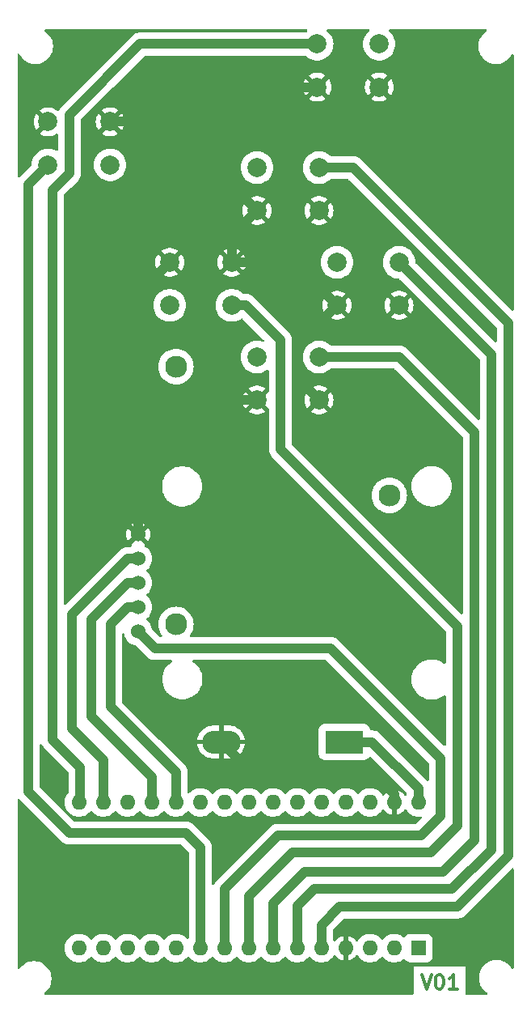
<source format=gbr>
%TF.GenerationSoftware,KiCad,Pcbnew,8.0.2*%
%TF.CreationDate,2024-05-08T14:23:23+01:00*%
%TF.ProjectId,Right_Controller_PCB_Bluetooth,52696768-745f-4436-9f6e-74726f6c6c65,V01*%
%TF.SameCoordinates,Original*%
%TF.FileFunction,Copper,L1,Top*%
%TF.FilePolarity,Positive*%
%FSLAX46Y46*%
G04 Gerber Fmt 4.6, Leading zero omitted, Abs format (unit mm)*
G04 Created by KiCad (PCBNEW 8.0.2) date 2024-05-08 14:23:23*
%MOMM*%
%LPD*%
G01*
G04 APERTURE LIST*
%ADD10C,0.300000*%
%TA.AperFunction,NonConductor*%
%ADD11C,0.300000*%
%TD*%
%TA.AperFunction,ComponentPad*%
%ADD12C,1.524000*%
%TD*%
%TA.AperFunction,ComponentPad*%
%ADD13C,2.000000*%
%TD*%
%TA.AperFunction,ComponentPad*%
%ADD14R,1.600000X1.600000*%
%TD*%
%TA.AperFunction,ComponentPad*%
%ADD15O,1.600000X1.600000*%
%TD*%
%TA.AperFunction,WasherPad*%
%ADD16C,2.300000*%
%TD*%
%TA.AperFunction,ComponentPad*%
%ADD17R,4.020000X2.410000*%
%TD*%
%TA.AperFunction,ComponentPad*%
%ADD18O,4.020000X2.410000*%
%TD*%
%TA.AperFunction,Conductor*%
%ADD19C,1.000000*%
%TD*%
G04 APERTURE END LIST*
D10*
D11*
X159852225Y-146382828D02*
X160352225Y-147882828D01*
X160352225Y-147882828D02*
X160852225Y-146382828D01*
X161637939Y-146382828D02*
X161780796Y-146382828D01*
X161780796Y-146382828D02*
X161923653Y-146454257D01*
X161923653Y-146454257D02*
X161995082Y-146525685D01*
X161995082Y-146525685D02*
X162066510Y-146668542D01*
X162066510Y-146668542D02*
X162137939Y-146954257D01*
X162137939Y-146954257D02*
X162137939Y-147311400D01*
X162137939Y-147311400D02*
X162066510Y-147597114D01*
X162066510Y-147597114D02*
X161995082Y-147739971D01*
X161995082Y-147739971D02*
X161923653Y-147811400D01*
X161923653Y-147811400D02*
X161780796Y-147882828D01*
X161780796Y-147882828D02*
X161637939Y-147882828D01*
X161637939Y-147882828D02*
X161495082Y-147811400D01*
X161495082Y-147811400D02*
X161423653Y-147739971D01*
X161423653Y-147739971D02*
X161352224Y-147597114D01*
X161352224Y-147597114D02*
X161280796Y-147311400D01*
X161280796Y-147311400D02*
X161280796Y-146954257D01*
X161280796Y-146954257D02*
X161352224Y-146668542D01*
X161352224Y-146668542D02*
X161423653Y-146525685D01*
X161423653Y-146525685D02*
X161495082Y-146454257D01*
X161495082Y-146454257D02*
X161637939Y-146382828D01*
X163566510Y-147882828D02*
X162709367Y-147882828D01*
X163137938Y-147882828D02*
X163137938Y-146382828D01*
X163137938Y-146382828D02*
X162995081Y-146597114D01*
X162995081Y-146597114D02*
X162852224Y-146739971D01*
X162852224Y-146739971D02*
X162709367Y-146811400D01*
D12*
%TO.P,JoystickR1,1,GND*%
%TO.N,GND*%
X130143250Y-100330000D03*
%TO.P,JoystickR1,2,+5V*%
%TO.N,+3.3V*%
X130143250Y-102870000D03*
%TO.P,JoystickR1,3,VRX*%
%TO.N,/Analog_X_R*%
X130143250Y-105410000D03*
%TO.P,JoystickR1,4,VRY*%
%TO.N,/Analog_Y_R*%
X130143250Y-107950000D03*
%TO.P,JoystickR1,5,SW*%
%TO.N,/SEL_JOY_R*%
X130143250Y-110490000D03*
%TD*%
D13*
%TO.P,START_R1,1,1*%
%TO.N,/START_R*%
X127202000Y-61686000D03*
X120702000Y-61686000D03*
%TO.P,START_R1,2,2*%
%TO.N,GND*%
X127202000Y-57186000D03*
X120702000Y-57186000D03*
%TD*%
%TO.P,A1,1,1*%
%TO.N,/A*%
X142598000Y-81788000D03*
X149098000Y-81788000D03*
%TO.P,A1,2,2*%
%TO.N,GND*%
X142598000Y-86288000D03*
X149098000Y-86288000D03*
%TD*%
%TO.P,X1,1,1*%
%TO.N,GND*%
X133454000Y-71882000D03*
X139954000Y-71882000D03*
%TO.P,X1,2,2*%
%TO.N,/X*%
X133454000Y-76382000D03*
X139954000Y-76382000D03*
%TD*%
%TO.P,RIGHT_SHOULDER1,1,1*%
%TO.N,/RIGHT_SHOULDER*%
X148896000Y-49058000D03*
X155396000Y-49058000D03*
%TO.P,RIGHT_SHOULDER1,2,2*%
%TO.N,GND*%
X148896000Y-53558000D03*
X155396000Y-53558000D03*
%TD*%
%TO.P,B1,1,1*%
%TO.N,/B*%
X150980000Y-71882000D03*
X157480000Y-71882000D03*
%TO.P,B1,2,2*%
%TO.N,GND*%
X150980000Y-76382000D03*
X157480000Y-76382000D03*
%TD*%
%TO.P,Y1,1,1*%
%TO.N,/Y*%
X142598000Y-61976000D03*
X149098000Y-61976000D03*
%TO.P,Y1,2,2*%
%TO.N,GND*%
X142598000Y-66476000D03*
X149098000Y-66476000D03*
%TD*%
D14*
%TO.P,CentralBoard1,1,D1/TX*%
%TO.N,unconnected-(CentralBoard1-D1{slash}TX-Pad1)*%
X159512000Y-143611600D03*
D15*
%TO.P,CentralBoard1,2,D0/RX*%
%TO.N,unconnected-(CentralBoard1-D0{slash}RX-Pad2)*%
X156972000Y-143611600D03*
%TO.P,CentralBoard1,3,~{RESET}*%
%TO.N,unconnected-(CentralBoard1-~{RESET}-Pad3)*%
X154432000Y-143611600D03*
%TO.P,CentralBoard1,4,GND*%
%TO.N,GND*%
X151892000Y-143611600D03*
%TO.P,CentralBoard1,5,D2*%
%TO.N,/Y*%
X149352000Y-143611600D03*
%TO.P,CentralBoard1,6,D3*%
%TO.N,/B*%
X146812000Y-143611600D03*
%TO.P,CentralBoard1,7,D4*%
%TO.N,/A*%
X144272000Y-143611600D03*
%TO.P,CentralBoard1,8,D5*%
%TO.N,/X*%
X141732000Y-143611600D03*
%TO.P,CentralBoard1,9,D6*%
%TO.N,/SEL_JOY_R*%
X139192000Y-143611600D03*
%TO.P,CentralBoard1,10,D7*%
%TO.N,/START_R*%
X136652000Y-143611600D03*
%TO.P,CentralBoard1,11,D8*%
%TO.N,unconnected-(CentralBoard1-D8-Pad11)*%
X134112000Y-143611600D03*
%TO.P,CentralBoard1,12,D9*%
%TO.N,unconnected-(CentralBoard1-D9-Pad12)*%
X131572000Y-143611600D03*
%TO.P,CentralBoard1,13,D10*%
%TO.N,unconnected-(CentralBoard1-D10-Pad13)*%
X129032000Y-143611600D03*
%TO.P,CentralBoard1,14,D11*%
%TO.N,unconnected-(CentralBoard1-D11-Pad14)*%
X126492000Y-143611600D03*
%TO.P,CentralBoard1,15,D12*%
%TO.N,unconnected-(CentralBoard1-D12-Pad15)*%
X123952000Y-143611600D03*
%TO.P,CentralBoard1,16,D13*%
%TO.N,/RIGHT_SHOULDER*%
X123952000Y-128371600D03*
%TO.P,CentralBoard1,17,3V3*%
%TO.N,+3.3V*%
X126492000Y-128371600D03*
%TO.P,CentralBoard1,18,AREF*%
%TO.N,unconnected-(CentralBoard1-AREF-Pad18)*%
X129032000Y-128371600D03*
%TO.P,CentralBoard1,19,A0*%
%TO.N,/Analog_X_R*%
X131572000Y-128371600D03*
%TO.P,CentralBoard1,20,A1*%
%TO.N,/Analog_Y_R*%
X134112000Y-128371600D03*
%TO.P,CentralBoard1,21,A2*%
%TO.N,unconnected-(CentralBoard1-A2-Pad21)*%
X136652000Y-128371600D03*
%TO.P,CentralBoard1,22,A3*%
%TO.N,unconnected-(CentralBoard1-A3-Pad22)*%
X139192000Y-128371600D03*
%TO.P,CentralBoard1,23,A4*%
%TO.N,unconnected-(CentralBoard1-A4-Pad23)*%
X141732000Y-128371600D03*
%TO.P,CentralBoard1,24,A5*%
%TO.N,unconnected-(CentralBoard1-A5-Pad24)*%
X144272000Y-128371600D03*
%TO.P,CentralBoard1,25,A6*%
%TO.N,unconnected-(CentralBoard1-A6-Pad25)*%
X146812000Y-128371600D03*
%TO.P,CentralBoard1,26,A7*%
%TO.N,unconnected-(CentralBoard1-A7-Pad26)*%
X149352000Y-128371600D03*
%TO.P,CentralBoard1,27,+5V*%
%TO.N,unconnected-(CentralBoard1-+5V-Pad27)*%
X151892000Y-128371600D03*
%TO.P,CentralBoard1,28,~{RESET}*%
%TO.N,unconnected-(CentralBoard1-~{RESET}-Pad28)*%
X154432000Y-128371600D03*
%TO.P,CentralBoard1,29,GND*%
%TO.N,GND*%
X156972000Y-128371600D03*
%TO.P,CentralBoard1,30,VIN*%
%TO.N,+9V*%
X159512000Y-128371600D03*
%TD*%
D16*
%TO.P,BAT9V1,*%
%TO.N,*%
X134114000Y-109756000D03*
X156464000Y-96266000D03*
X134114000Y-82786000D03*
D17*
%TO.P,BAT9V1,1,+*%
%TO.N,+9V*%
X151734000Y-122046000D03*
D18*
%TO.P,BAT9V1,2,-*%
%TO.N,GND*%
X138854000Y-122046000D03*
%TD*%
D19*
%TO.N,+9V*%
X151734000Y-122046000D02*
X154644000Y-122046000D01*
X154644000Y-122046000D02*
X159512000Y-126914000D01*
X159512000Y-126914000D02*
X159512000Y-128371600D01*
%TO.N,GND*%
X133308000Y-57186000D02*
X142598000Y-66476000D01*
X130143250Y-86360000D02*
X130143250Y-75192750D01*
X139954000Y-69120000D02*
X142598000Y-66476000D01*
X142598000Y-86288000D02*
X130215250Y-86288000D01*
X138854000Y-122046000D02*
X142284000Y-125476000D01*
X154940000Y-125476000D02*
X156972000Y-127508000D01*
X146480000Y-71882000D02*
X139954000Y-71882000D01*
X142284000Y-125476000D02*
X154940000Y-125476000D01*
X149098000Y-86288000D02*
X146812000Y-84002000D01*
X148896000Y-53558000D02*
X136936000Y-53558000D01*
X139954000Y-71882000D02*
X139954000Y-69120000D01*
X127202000Y-57186000D02*
X133308000Y-57186000D01*
X146812000Y-80550000D02*
X150980000Y-76382000D01*
X130215250Y-86288000D02*
X130143250Y-86360000D01*
X156972000Y-127508000D02*
X156972000Y-128371600D01*
X130143250Y-75192750D02*
X133454000Y-71882000D01*
X130143250Y-100330000D02*
X130143250Y-88900000D01*
X150980000Y-76382000D02*
X146480000Y-71882000D01*
X136936000Y-53558000D02*
X133308000Y-57186000D01*
X146812000Y-84002000D02*
X146812000Y-80550000D01*
X130143250Y-88900000D02*
X130143250Y-86360000D01*
%TO.N,/A*%
X157480000Y-81788000D02*
X149098000Y-81788000D01*
X144272000Y-143611600D02*
X144272000Y-138938000D01*
X165354000Y-132321236D02*
X165354000Y-89662000D01*
X162039236Y-135636000D02*
X165354000Y-132321236D01*
X144272000Y-138938000D02*
X147574000Y-135636000D01*
X147574000Y-135636000D02*
X162039236Y-135636000D01*
X165354000Y-89662000D02*
X157480000Y-81788000D01*
%TO.N,/B*%
X146812000Y-143611600D02*
X146812000Y-139192000D01*
X167132000Y-133313403D02*
X167132000Y-81534000D01*
X146812000Y-139192000D02*
X148590000Y-137414000D01*
X163031403Y-137414000D02*
X167132000Y-133313403D01*
X167132000Y-81534000D02*
X157480000Y-71882000D01*
X148590000Y-137414000D02*
X163031403Y-137414000D01*
%TO.N,/Analog_X_R*%
X130143250Y-105410000D02*
X129065620Y-105410000D01*
X131572000Y-125730000D02*
X131572000Y-128371600D01*
X129065620Y-105410000D02*
X125222000Y-109253620D01*
X125222000Y-119380000D02*
X131572000Y-125730000D01*
X125222000Y-109253620D02*
X125222000Y-119380000D01*
%TO.N,/Analog_Y_R*%
X129065620Y-107950000D02*
X127254000Y-109761620D01*
X127254000Y-118364000D02*
X134112000Y-125222000D01*
X127254000Y-109761620D02*
X127254000Y-118364000D01*
X130143250Y-107950000D02*
X129065620Y-107950000D01*
X134112000Y-125222000D02*
X134112000Y-128371600D01*
%TO.N,/Y*%
X152654000Y-61976000D02*
X149098000Y-61976000D01*
X168910000Y-133959299D02*
X168910000Y-78232000D01*
X168910000Y-78232000D02*
X152654000Y-61976000D01*
X151264487Y-139311513D02*
X163557786Y-139311513D01*
X163557786Y-139311513D02*
X168910000Y-133959299D01*
X149352000Y-143611600D02*
X149352000Y-141224000D01*
X149352000Y-141224000D02*
X151264487Y-139311513D01*
%TO.N,/X*%
X141732000Y-138176000D02*
X146304000Y-133604000D01*
X163576000Y-130810000D02*
X163576000Y-109982000D01*
X160782000Y-133604000D02*
X163576000Y-130810000D01*
X146304000Y-133604000D02*
X160782000Y-133604000D01*
X145034000Y-91440000D02*
X145034000Y-80010000D01*
X163576000Y-109982000D02*
X145034000Y-91440000D01*
X145034000Y-80010000D02*
X141406000Y-76382000D01*
X141406000Y-76382000D02*
X139954000Y-76382000D01*
X141732000Y-143611600D02*
X141732000Y-138176000D01*
%TO.N,/RIGHT_SHOULDER*%
X121158000Y-64341270D02*
X122936000Y-62563270D01*
X124036000Y-128371600D02*
X124036000Y-124714000D01*
X130350000Y-49058000D02*
X148980000Y-49058000D01*
X122936000Y-56472000D02*
X130350000Y-49058000D01*
X124036000Y-124714000D02*
X121158000Y-121836000D01*
X121158000Y-121836000D02*
X121158000Y-64341270D01*
X122936000Y-62563270D02*
X122936000Y-56472000D01*
%TO.N,/START_R*%
X122936000Y-131572000D02*
X118618000Y-127254000D01*
X118618000Y-63770000D02*
X120702000Y-61686000D01*
X136652000Y-143611600D02*
X136652000Y-133096000D01*
X136652000Y-133096000D02*
X135128000Y-131572000D01*
X135128000Y-131572000D02*
X122936000Y-131572000D01*
X118618000Y-127254000D02*
X118618000Y-63770000D01*
%TO.N,+3.3V*%
X126492000Y-123952000D02*
X126492000Y-128371600D01*
X123190000Y-120650000D02*
X126492000Y-123952000D01*
X123190000Y-108745620D02*
X123190000Y-120650000D01*
X130143250Y-102870000D02*
X129065620Y-102870000D01*
X129065620Y-102870000D02*
X123190000Y-108745620D01*
%TO.N,/SEL_JOY_R*%
X131921250Y-112268000D02*
X130143250Y-110490000D01*
X139192000Y-143611600D02*
X139192000Y-137414000D01*
X159766000Y-131826000D02*
X161798000Y-129794000D01*
X161798000Y-123753544D02*
X150312456Y-112268000D01*
X139192000Y-137414000D02*
X144780000Y-131826000D01*
X144780000Y-131826000D02*
X159766000Y-131826000D01*
X161798000Y-129794000D02*
X161798000Y-123753544D01*
X150312456Y-112268000D02*
X131921250Y-112268000D01*
%TD*%
%TA.AperFunction,Conductor*%
%TO.N,GND*%
G36*
X117705703Y-128039913D02*
G01*
X117712181Y-128045945D01*
X122153926Y-132487690D01*
X122306801Y-132598760D01*
X122475168Y-132684547D01*
X122654882Y-132742940D01*
X122724870Y-132754025D01*
X122841513Y-132772500D01*
X122841518Y-132772500D01*
X122841519Y-132772500D01*
X134579374Y-132772500D01*
X134646413Y-132792185D01*
X134667055Y-132808819D01*
X135415181Y-133556945D01*
X135448666Y-133618268D01*
X135451500Y-133644626D01*
X135451500Y-142533425D01*
X135431815Y-142600464D01*
X135379011Y-142646219D01*
X135309853Y-142656163D01*
X135246297Y-142627138D01*
X135236270Y-142617408D01*
X135131744Y-142503862D01*
X134935509Y-142351126D01*
X134935507Y-142351125D01*
X134935506Y-142351124D01*
X134716811Y-142232772D01*
X134716802Y-142232769D01*
X134481616Y-142152029D01*
X134236335Y-142111100D01*
X133987665Y-142111100D01*
X133742383Y-142152029D01*
X133507197Y-142232769D01*
X133507188Y-142232772D01*
X133288493Y-142351124D01*
X133092257Y-142503861D01*
X132933230Y-142676610D01*
X132873342Y-142712601D01*
X132803504Y-142710500D01*
X132750770Y-142676610D01*
X132696270Y-142617408D01*
X132591744Y-142503862D01*
X132395509Y-142351126D01*
X132395507Y-142351125D01*
X132395506Y-142351124D01*
X132176811Y-142232772D01*
X132176802Y-142232769D01*
X131941616Y-142152029D01*
X131696335Y-142111100D01*
X131447665Y-142111100D01*
X131202383Y-142152029D01*
X130967197Y-142232769D01*
X130967188Y-142232772D01*
X130748493Y-142351124D01*
X130552257Y-142503861D01*
X130393230Y-142676610D01*
X130333342Y-142712601D01*
X130263504Y-142710500D01*
X130210770Y-142676610D01*
X130156270Y-142617408D01*
X130051744Y-142503862D01*
X129855509Y-142351126D01*
X129855507Y-142351125D01*
X129855506Y-142351124D01*
X129636811Y-142232772D01*
X129636802Y-142232769D01*
X129401616Y-142152029D01*
X129156335Y-142111100D01*
X128907665Y-142111100D01*
X128662383Y-142152029D01*
X128427197Y-142232769D01*
X128427188Y-142232772D01*
X128208493Y-142351124D01*
X128012257Y-142503861D01*
X127853230Y-142676610D01*
X127793342Y-142712601D01*
X127723504Y-142710500D01*
X127670770Y-142676610D01*
X127616270Y-142617408D01*
X127511744Y-142503862D01*
X127315509Y-142351126D01*
X127315507Y-142351125D01*
X127315506Y-142351124D01*
X127096811Y-142232772D01*
X127096802Y-142232769D01*
X126861616Y-142152029D01*
X126616335Y-142111100D01*
X126367665Y-142111100D01*
X126122383Y-142152029D01*
X125887197Y-142232769D01*
X125887188Y-142232772D01*
X125668493Y-142351124D01*
X125472257Y-142503861D01*
X125313230Y-142676610D01*
X125253342Y-142712601D01*
X125183504Y-142710500D01*
X125130770Y-142676610D01*
X125076270Y-142617408D01*
X124971744Y-142503862D01*
X124775509Y-142351126D01*
X124775507Y-142351125D01*
X124775506Y-142351124D01*
X124556811Y-142232772D01*
X124556802Y-142232769D01*
X124321616Y-142152029D01*
X124076335Y-142111100D01*
X123827665Y-142111100D01*
X123582383Y-142152029D01*
X123347197Y-142232769D01*
X123347188Y-142232772D01*
X123128493Y-142351124D01*
X122932257Y-142503861D01*
X122763833Y-142686817D01*
X122627826Y-142894993D01*
X122527936Y-143122718D01*
X122466892Y-143363775D01*
X122466890Y-143363787D01*
X122446357Y-143611594D01*
X122446357Y-143611605D01*
X122466890Y-143859412D01*
X122466892Y-143859424D01*
X122527936Y-144100481D01*
X122627826Y-144328206D01*
X122763833Y-144536382D01*
X122763835Y-144536384D01*
X122763836Y-144536385D01*
X122932256Y-144719338D01*
X123128491Y-144872074D01*
X123347190Y-144990428D01*
X123582386Y-145071171D01*
X123827665Y-145112100D01*
X124076335Y-145112100D01*
X124321614Y-145071171D01*
X124556810Y-144990428D01*
X124775509Y-144872074D01*
X124971744Y-144719338D01*
X125130771Y-144546588D01*
X125190657Y-144510599D01*
X125260495Y-144512699D01*
X125313228Y-144546588D01*
X125472256Y-144719338D01*
X125668491Y-144872074D01*
X125887190Y-144990428D01*
X126122386Y-145071171D01*
X126367665Y-145112100D01*
X126616335Y-145112100D01*
X126861614Y-145071171D01*
X127096810Y-144990428D01*
X127315509Y-144872074D01*
X127511744Y-144719338D01*
X127670771Y-144546588D01*
X127730657Y-144510599D01*
X127800495Y-144512699D01*
X127853228Y-144546588D01*
X128012256Y-144719338D01*
X128208491Y-144872074D01*
X128427190Y-144990428D01*
X128662386Y-145071171D01*
X128907665Y-145112100D01*
X129156335Y-145112100D01*
X129401614Y-145071171D01*
X129636810Y-144990428D01*
X129855509Y-144872074D01*
X130051744Y-144719338D01*
X130210771Y-144546588D01*
X130270657Y-144510599D01*
X130340495Y-144512699D01*
X130393228Y-144546588D01*
X130552256Y-144719338D01*
X130748491Y-144872074D01*
X130967190Y-144990428D01*
X131202386Y-145071171D01*
X131447665Y-145112100D01*
X131696335Y-145112100D01*
X131941614Y-145071171D01*
X132176810Y-144990428D01*
X132395509Y-144872074D01*
X132591744Y-144719338D01*
X132750771Y-144546588D01*
X132810657Y-144510599D01*
X132880495Y-144512699D01*
X132933228Y-144546588D01*
X133092256Y-144719338D01*
X133288491Y-144872074D01*
X133507190Y-144990428D01*
X133742386Y-145071171D01*
X133987665Y-145112100D01*
X134236335Y-145112100D01*
X134481614Y-145071171D01*
X134716810Y-144990428D01*
X134935509Y-144872074D01*
X135131744Y-144719338D01*
X135290771Y-144546588D01*
X135350657Y-144510599D01*
X135420495Y-144512699D01*
X135473228Y-144546588D01*
X135632256Y-144719338D01*
X135828491Y-144872074D01*
X136047190Y-144990428D01*
X136282386Y-145071171D01*
X136527665Y-145112100D01*
X136776335Y-145112100D01*
X137021614Y-145071171D01*
X137256810Y-144990428D01*
X137475509Y-144872074D01*
X137671744Y-144719338D01*
X137830771Y-144546588D01*
X137890657Y-144510599D01*
X137960495Y-144512699D01*
X138013228Y-144546588D01*
X138172256Y-144719338D01*
X138368491Y-144872074D01*
X138587190Y-144990428D01*
X138822386Y-145071171D01*
X139067665Y-145112100D01*
X139316335Y-145112100D01*
X139561614Y-145071171D01*
X139796810Y-144990428D01*
X140015509Y-144872074D01*
X140211744Y-144719338D01*
X140370771Y-144546588D01*
X140430657Y-144510599D01*
X140500495Y-144512699D01*
X140553228Y-144546588D01*
X140712256Y-144719338D01*
X140908491Y-144872074D01*
X141127190Y-144990428D01*
X141362386Y-145071171D01*
X141607665Y-145112100D01*
X141856335Y-145112100D01*
X142101614Y-145071171D01*
X142336810Y-144990428D01*
X142555509Y-144872074D01*
X142751744Y-144719338D01*
X142910771Y-144546588D01*
X142970657Y-144510599D01*
X143040495Y-144512699D01*
X143093228Y-144546588D01*
X143252256Y-144719338D01*
X143448491Y-144872074D01*
X143667190Y-144990428D01*
X143902386Y-145071171D01*
X144147665Y-145112100D01*
X144396335Y-145112100D01*
X144641614Y-145071171D01*
X144876810Y-144990428D01*
X145095509Y-144872074D01*
X145291744Y-144719338D01*
X145450771Y-144546588D01*
X145510657Y-144510599D01*
X145580495Y-144512699D01*
X145633228Y-144546588D01*
X145792256Y-144719338D01*
X145988491Y-144872074D01*
X146207190Y-144990428D01*
X146442386Y-145071171D01*
X146687665Y-145112100D01*
X146936335Y-145112100D01*
X147181614Y-145071171D01*
X147416810Y-144990428D01*
X147635509Y-144872074D01*
X147831744Y-144719338D01*
X147990771Y-144546588D01*
X148050657Y-144510599D01*
X148120495Y-144512699D01*
X148173228Y-144546588D01*
X148332256Y-144719338D01*
X148528491Y-144872074D01*
X148747190Y-144990428D01*
X148982386Y-145071171D01*
X149227665Y-145112100D01*
X149476335Y-145112100D01*
X149721614Y-145071171D01*
X149956810Y-144990428D01*
X150175509Y-144872074D01*
X150371744Y-144719338D01*
X150540164Y-144536385D01*
X150638957Y-144385169D01*
X150692103Y-144339813D01*
X150761334Y-144330389D01*
X150824670Y-144359891D01*
X150844341Y-144381868D01*
X150892339Y-144450417D01*
X151053179Y-144611257D01*
X151239517Y-144741734D01*
X151445673Y-144837865D01*
X151445682Y-144837869D01*
X151641999Y-144890472D01*
X151642000Y-144890471D01*
X151642000Y-144044612D01*
X151699007Y-144077525D01*
X151826174Y-144111600D01*
X151957826Y-144111600D01*
X152084993Y-144077525D01*
X152142000Y-144044612D01*
X152142000Y-144890472D01*
X152338317Y-144837869D01*
X152338326Y-144837865D01*
X152544482Y-144741734D01*
X152730820Y-144611257D01*
X152891658Y-144450419D01*
X152939657Y-144381869D01*
X152994234Y-144338243D01*
X153063732Y-144331049D01*
X153126087Y-144362571D01*
X153145042Y-144385169D01*
X153243836Y-144536385D01*
X153412256Y-144719338D01*
X153608491Y-144872074D01*
X153827190Y-144990428D01*
X154062386Y-145071171D01*
X154307665Y-145112100D01*
X154556335Y-145112100D01*
X154801614Y-145071171D01*
X155036810Y-144990428D01*
X155255509Y-144872074D01*
X155451744Y-144719338D01*
X155610771Y-144546588D01*
X155670657Y-144510599D01*
X155740495Y-144512699D01*
X155793228Y-144546588D01*
X155952256Y-144719338D01*
X156148491Y-144872074D01*
X156367190Y-144990428D01*
X156602386Y-145071171D01*
X156847665Y-145112100D01*
X157096335Y-145112100D01*
X157341614Y-145071171D01*
X157576810Y-144990428D01*
X157795509Y-144872074D01*
X157941310Y-144758592D01*
X158006302Y-144732950D01*
X158074842Y-144746516D01*
X158123587Y-144792295D01*
X158156528Y-144846785D01*
X158156531Y-144846789D01*
X158276811Y-144967069D01*
X158276813Y-144967070D01*
X158276815Y-144967072D01*
X158422394Y-145055078D01*
X158584804Y-145105686D01*
X158655384Y-145112100D01*
X158655387Y-145112100D01*
X160368613Y-145112100D01*
X160368616Y-145112100D01*
X160439196Y-145105686D01*
X160601606Y-145055078D01*
X160747185Y-144967072D01*
X160867472Y-144846785D01*
X160955478Y-144701206D01*
X161006086Y-144538796D01*
X161012500Y-144468216D01*
X161012500Y-142754984D01*
X161006086Y-142684404D01*
X160955478Y-142521994D01*
X160867472Y-142376415D01*
X160867470Y-142376413D01*
X160867469Y-142376411D01*
X160747188Y-142256130D01*
X160708549Y-142232772D01*
X160601606Y-142168122D01*
X160439196Y-142117514D01*
X160439194Y-142117513D01*
X160439192Y-142117513D01*
X160389778Y-142113023D01*
X160368616Y-142111100D01*
X158655384Y-142111100D01*
X158636145Y-142112848D01*
X158584807Y-142117513D01*
X158422393Y-142168122D01*
X158276811Y-142256130D01*
X158156530Y-142376411D01*
X158123587Y-142430905D01*
X158072058Y-142478091D01*
X158003199Y-142489929D01*
X157941309Y-142464607D01*
X157795506Y-142351124D01*
X157576811Y-142232772D01*
X157576802Y-142232769D01*
X157341616Y-142152029D01*
X157096335Y-142111100D01*
X156847665Y-142111100D01*
X156602383Y-142152029D01*
X156367197Y-142232769D01*
X156367188Y-142232772D01*
X156148493Y-142351124D01*
X155952257Y-142503861D01*
X155793230Y-142676610D01*
X155733342Y-142712601D01*
X155663504Y-142710500D01*
X155610770Y-142676610D01*
X155556270Y-142617408D01*
X155451744Y-142503862D01*
X155255509Y-142351126D01*
X155255507Y-142351125D01*
X155255506Y-142351124D01*
X155036811Y-142232772D01*
X155036802Y-142232769D01*
X154801616Y-142152029D01*
X154556335Y-142111100D01*
X154307665Y-142111100D01*
X154062383Y-142152029D01*
X153827197Y-142232769D01*
X153827188Y-142232772D01*
X153608493Y-142351124D01*
X153412257Y-142503861D01*
X153243832Y-142686819D01*
X153145041Y-142838030D01*
X153091895Y-142883386D01*
X153022664Y-142892810D01*
X152959328Y-142863308D01*
X152939658Y-142841331D01*
X152891659Y-142772781D01*
X152730820Y-142611942D01*
X152544482Y-142481465D01*
X152338328Y-142385334D01*
X152142000Y-142332727D01*
X152142000Y-143178588D01*
X152084993Y-143145675D01*
X151957826Y-143111600D01*
X151826174Y-143111600D01*
X151699007Y-143145675D01*
X151642000Y-143178588D01*
X151642000Y-142332727D01*
X151445671Y-142385334D01*
X151239517Y-142481465D01*
X151053179Y-142611942D01*
X150892342Y-142772779D01*
X150844341Y-142841332D01*
X150789763Y-142884957D01*
X150720265Y-142892149D01*
X150657910Y-142860627D01*
X150638957Y-142838029D01*
X150572691Y-142736600D01*
X150552503Y-142669710D01*
X150552500Y-142668779D01*
X150552500Y-141772626D01*
X150572185Y-141705587D01*
X150588819Y-141684945D01*
X151725432Y-140548332D01*
X151786755Y-140514847D01*
X151813113Y-140512013D01*
X163652272Y-140512013D01*
X163838904Y-140482453D01*
X164018618Y-140424060D01*
X164186985Y-140338273D01*
X164339860Y-140227203D01*
X169287819Y-135279242D01*
X169349142Y-135245758D01*
X169418834Y-135250742D01*
X169474767Y-135292614D01*
X169499184Y-135358078D01*
X169499500Y-135366924D01*
X169499500Y-145679386D01*
X169479815Y-145746425D01*
X169427011Y-145792180D01*
X169357853Y-145802124D01*
X169294297Y-145773099D01*
X169268115Y-145741389D01*
X169232736Y-145680111D01*
X169163021Y-145589256D01*
X169085066Y-145487663D01*
X169085060Y-145487656D01*
X168913543Y-145316139D01*
X168913536Y-145316133D01*
X168721093Y-145168467D01*
X168721092Y-145168466D01*
X168721089Y-145168464D01*
X168511012Y-145047176D01*
X168511005Y-145047173D01*
X168286904Y-144954347D01*
X168052585Y-144891561D01*
X167812089Y-144859900D01*
X167812088Y-144859900D01*
X167569512Y-144859900D01*
X167569511Y-144859900D01*
X167329014Y-144891561D01*
X167094695Y-144954347D01*
X166870594Y-145047173D01*
X166870585Y-145047177D01*
X166660506Y-145168467D01*
X166468063Y-145316133D01*
X166468056Y-145316139D01*
X166296539Y-145487656D01*
X166296533Y-145487663D01*
X166148867Y-145680106D01*
X166027577Y-145890185D01*
X166027573Y-145890194D01*
X165934747Y-146114295D01*
X165871961Y-146348614D01*
X165840300Y-146589111D01*
X165840300Y-146831688D01*
X165871961Y-147072185D01*
X165934747Y-147306504D01*
X166005784Y-147478001D01*
X166027576Y-147530612D01*
X166148864Y-147740689D01*
X166148866Y-147740692D01*
X166148867Y-147740693D01*
X166296533Y-147933136D01*
X166296539Y-147933143D01*
X166468056Y-148104660D01*
X166468062Y-148104665D01*
X166660511Y-148252336D01*
X166687840Y-148268114D01*
X166736054Y-148318681D01*
X166749276Y-148387288D01*
X166723308Y-148452153D01*
X166666393Y-148492680D01*
X166625838Y-148499500D01*
X164546010Y-148499500D01*
X164478971Y-148479815D01*
X164433216Y-148427011D01*
X164422010Y-148375500D01*
X164422010Y-145524484D01*
X158995000Y-145524484D01*
X158995000Y-148375500D01*
X158975315Y-148442539D01*
X158922511Y-148488294D01*
X158871000Y-148499500D01*
X120433479Y-148499500D01*
X120366440Y-148479815D01*
X120320685Y-148427011D01*
X120310741Y-148357853D01*
X120339766Y-148294297D01*
X120357993Y-148277124D01*
X120393809Y-148249640D01*
X120450338Y-148206265D01*
X120621865Y-148034738D01*
X120769536Y-147842289D01*
X120890824Y-147632212D01*
X120983654Y-147408100D01*
X121046438Y-147173789D01*
X121078100Y-146933288D01*
X121078100Y-146690712D01*
X121046438Y-146450211D01*
X120983654Y-146215900D01*
X120890824Y-145991788D01*
X120769536Y-145781711D01*
X120621865Y-145589262D01*
X120621860Y-145589256D01*
X120450343Y-145417739D01*
X120450336Y-145417733D01*
X120257893Y-145270067D01*
X120257892Y-145270066D01*
X120257889Y-145270064D01*
X120047812Y-145148776D01*
X120047805Y-145148773D01*
X119823704Y-145055947D01*
X119589385Y-144993161D01*
X119348889Y-144961500D01*
X119348888Y-144961500D01*
X119106312Y-144961500D01*
X119106311Y-144961500D01*
X118865814Y-144993161D01*
X118631495Y-145055947D01*
X118407394Y-145148773D01*
X118407385Y-145148777D01*
X118197306Y-145270067D01*
X118004863Y-145417733D01*
X118004856Y-145417739D01*
X117833339Y-145589256D01*
X117833333Y-145589263D01*
X117722876Y-145733214D01*
X117666448Y-145774417D01*
X117596702Y-145778572D01*
X117535782Y-145744360D01*
X117503029Y-145682642D01*
X117500500Y-145657728D01*
X117500500Y-128133626D01*
X117520185Y-128066587D01*
X117572989Y-128020832D01*
X117642147Y-128010888D01*
X117705703Y-128039913D01*
G37*
%TD.AperFunction*%
%TA.AperFunction,Conductor*%
G36*
X120023703Y-122274196D02*
G01*
X120052984Y-122311613D01*
X120131240Y-122465199D01*
X120242310Y-122618074D01*
X120242311Y-122618075D01*
X120242312Y-122618076D01*
X122799181Y-125174944D01*
X122832666Y-125236267D01*
X122835500Y-125262625D01*
X122835500Y-127320581D01*
X122815815Y-127387620D01*
X122802731Y-127404563D01*
X122763833Y-127446817D01*
X122627826Y-127654993D01*
X122527936Y-127882718D01*
X122466892Y-128123775D01*
X122466890Y-128123787D01*
X122446357Y-128371594D01*
X122446357Y-128371605D01*
X122466890Y-128619412D01*
X122466892Y-128619424D01*
X122527936Y-128860481D01*
X122627826Y-129088206D01*
X122763833Y-129296382D01*
X122763835Y-129296384D01*
X122763836Y-129296385D01*
X122932256Y-129479338D01*
X123128491Y-129632074D01*
X123347190Y-129750428D01*
X123582386Y-129831171D01*
X123827665Y-129872100D01*
X124076335Y-129872100D01*
X124321614Y-129831171D01*
X124556810Y-129750428D01*
X124775509Y-129632074D01*
X124971744Y-129479338D01*
X125130771Y-129306588D01*
X125190657Y-129270599D01*
X125260495Y-129272699D01*
X125313228Y-129306588D01*
X125472256Y-129479338D01*
X125668491Y-129632074D01*
X125887190Y-129750428D01*
X126122386Y-129831171D01*
X126367665Y-129872100D01*
X126616335Y-129872100D01*
X126861614Y-129831171D01*
X127096810Y-129750428D01*
X127315509Y-129632074D01*
X127511744Y-129479338D01*
X127670771Y-129306588D01*
X127730657Y-129270599D01*
X127800495Y-129272699D01*
X127853228Y-129306588D01*
X128012256Y-129479338D01*
X128208491Y-129632074D01*
X128427190Y-129750428D01*
X128662386Y-129831171D01*
X128907665Y-129872100D01*
X129156335Y-129872100D01*
X129401614Y-129831171D01*
X129636810Y-129750428D01*
X129855509Y-129632074D01*
X130051744Y-129479338D01*
X130210771Y-129306588D01*
X130270657Y-129270599D01*
X130340495Y-129272699D01*
X130393228Y-129306588D01*
X130552256Y-129479338D01*
X130748491Y-129632074D01*
X130967190Y-129750428D01*
X131202386Y-129831171D01*
X131447665Y-129872100D01*
X131696335Y-129872100D01*
X131941614Y-129831171D01*
X132176810Y-129750428D01*
X132395509Y-129632074D01*
X132591744Y-129479338D01*
X132750771Y-129306588D01*
X132810657Y-129270599D01*
X132880495Y-129272699D01*
X132933228Y-129306588D01*
X133092256Y-129479338D01*
X133288491Y-129632074D01*
X133507190Y-129750428D01*
X133742386Y-129831171D01*
X133987665Y-129872100D01*
X134236335Y-129872100D01*
X134481614Y-129831171D01*
X134716810Y-129750428D01*
X134935509Y-129632074D01*
X135131744Y-129479338D01*
X135290771Y-129306588D01*
X135350657Y-129270599D01*
X135420495Y-129272699D01*
X135473228Y-129306588D01*
X135632256Y-129479338D01*
X135828491Y-129632074D01*
X136047190Y-129750428D01*
X136282386Y-129831171D01*
X136527665Y-129872100D01*
X136776335Y-129872100D01*
X137021614Y-129831171D01*
X137256810Y-129750428D01*
X137475509Y-129632074D01*
X137671744Y-129479338D01*
X137830771Y-129306588D01*
X137890657Y-129270599D01*
X137960495Y-129272699D01*
X138013228Y-129306588D01*
X138172256Y-129479338D01*
X138368491Y-129632074D01*
X138587190Y-129750428D01*
X138822386Y-129831171D01*
X139067665Y-129872100D01*
X139316335Y-129872100D01*
X139561614Y-129831171D01*
X139796810Y-129750428D01*
X140015509Y-129632074D01*
X140211744Y-129479338D01*
X140370771Y-129306588D01*
X140430657Y-129270599D01*
X140500495Y-129272699D01*
X140553228Y-129306588D01*
X140712256Y-129479338D01*
X140908491Y-129632074D01*
X141127190Y-129750428D01*
X141362386Y-129831171D01*
X141607665Y-129872100D01*
X141856335Y-129872100D01*
X142101614Y-129831171D01*
X142336810Y-129750428D01*
X142555509Y-129632074D01*
X142751744Y-129479338D01*
X142910771Y-129306588D01*
X142970657Y-129270599D01*
X143040495Y-129272699D01*
X143093228Y-129306588D01*
X143252256Y-129479338D01*
X143448491Y-129632074D01*
X143667190Y-129750428D01*
X143902386Y-129831171D01*
X144147665Y-129872100D01*
X144396335Y-129872100D01*
X144641614Y-129831171D01*
X144876810Y-129750428D01*
X145095509Y-129632074D01*
X145291744Y-129479338D01*
X145450771Y-129306588D01*
X145510657Y-129270599D01*
X145580495Y-129272699D01*
X145633228Y-129306588D01*
X145792256Y-129479338D01*
X145988491Y-129632074D01*
X146207190Y-129750428D01*
X146442386Y-129831171D01*
X146687665Y-129872100D01*
X146936335Y-129872100D01*
X147181614Y-129831171D01*
X147416810Y-129750428D01*
X147635509Y-129632074D01*
X147831744Y-129479338D01*
X147990771Y-129306588D01*
X148050657Y-129270599D01*
X148120495Y-129272699D01*
X148173228Y-129306588D01*
X148332256Y-129479338D01*
X148528491Y-129632074D01*
X148747190Y-129750428D01*
X148982386Y-129831171D01*
X149227665Y-129872100D01*
X149476335Y-129872100D01*
X149721614Y-129831171D01*
X149956810Y-129750428D01*
X150175509Y-129632074D01*
X150371744Y-129479338D01*
X150530771Y-129306588D01*
X150590657Y-129270599D01*
X150660495Y-129272699D01*
X150713228Y-129306588D01*
X150872256Y-129479338D01*
X151068491Y-129632074D01*
X151287190Y-129750428D01*
X151522386Y-129831171D01*
X151767665Y-129872100D01*
X152016335Y-129872100D01*
X152261614Y-129831171D01*
X152496810Y-129750428D01*
X152715509Y-129632074D01*
X152911744Y-129479338D01*
X153070771Y-129306588D01*
X153130657Y-129270599D01*
X153200495Y-129272699D01*
X153253228Y-129306588D01*
X153412256Y-129479338D01*
X153608491Y-129632074D01*
X153827190Y-129750428D01*
X154062386Y-129831171D01*
X154307665Y-129872100D01*
X154556335Y-129872100D01*
X154801614Y-129831171D01*
X155036810Y-129750428D01*
X155255509Y-129632074D01*
X155451744Y-129479338D01*
X155620164Y-129296385D01*
X155718957Y-129145169D01*
X155772103Y-129099813D01*
X155841334Y-129090389D01*
X155904670Y-129119891D01*
X155924341Y-129141868D01*
X155972339Y-129210417D01*
X156133179Y-129371257D01*
X156319517Y-129501734D01*
X156525673Y-129597865D01*
X156525682Y-129597869D01*
X156721999Y-129650472D01*
X156722000Y-129650471D01*
X156722000Y-128804612D01*
X156779007Y-128837525D01*
X156906174Y-128871600D01*
X157037826Y-128871600D01*
X157164993Y-128837525D01*
X157222000Y-128804612D01*
X157222000Y-129650472D01*
X157418317Y-129597869D01*
X157418326Y-129597865D01*
X157624482Y-129501734D01*
X157810820Y-129371257D01*
X157971658Y-129210419D01*
X158019657Y-129141869D01*
X158074234Y-129098243D01*
X158143732Y-129091049D01*
X158206087Y-129122571D01*
X158225042Y-129145169D01*
X158323836Y-129296385D01*
X158492256Y-129479338D01*
X158688491Y-129632074D01*
X158907190Y-129750428D01*
X159142386Y-129831171D01*
X159387665Y-129872100D01*
X159636334Y-129872100D01*
X159636335Y-129872100D01*
X159717619Y-129858536D01*
X159786982Y-129866918D01*
X159840804Y-129911470D01*
X159861995Y-129978049D01*
X159843828Y-130045515D01*
X159825708Y-130068526D01*
X159305055Y-130589181D01*
X159243732Y-130622666D01*
X159217374Y-130625500D01*
X144685514Y-130625500D01*
X144498881Y-130655059D01*
X144319163Y-130713454D01*
X144150800Y-130799240D01*
X143997923Y-130910312D01*
X138276308Y-136631927D01*
X138260639Y-136653494D01*
X138253908Y-136662760D01*
X138209574Y-136723780D01*
X138165240Y-136784800D01*
X138086985Y-136938385D01*
X138039010Y-136989181D01*
X137971189Y-137005976D01*
X137905054Y-136983439D01*
X137861603Y-136928723D01*
X137852500Y-136882090D01*
X137852500Y-133001513D01*
X137822940Y-132814881D01*
X137780591Y-132684547D01*
X137764547Y-132635168D01*
X137764545Y-132635165D01*
X137764545Y-132635163D01*
X137750742Y-132608074D01*
X137750741Y-132608073D01*
X137745995Y-132598759D01*
X137689404Y-132487690D01*
X137678761Y-132466801D01*
X137662075Y-132443835D01*
X137567690Y-132313926D01*
X135910074Y-130656310D01*
X135757199Y-130545240D01*
X135588836Y-130459454D01*
X135409118Y-130401059D01*
X135222486Y-130371500D01*
X135222481Y-130371500D01*
X123484626Y-130371500D01*
X123417587Y-130351815D01*
X123396945Y-130335181D01*
X119854819Y-126793055D01*
X119821334Y-126731732D01*
X119818500Y-126705374D01*
X119818500Y-122367909D01*
X119838185Y-122300870D01*
X119890989Y-122255115D01*
X119960147Y-122245171D01*
X120023703Y-122274196D01*
G37*
%TD.AperFunction*%
%TA.AperFunction,Conductor*%
G36*
X128659703Y-110679933D02*
G01*
X128697477Y-110738711D01*
X128698706Y-110743206D01*
X128755251Y-110966498D01*
X128852611Y-111188458D01*
X128985174Y-111391362D01*
X128985177Y-111391365D01*
X129149331Y-111569684D01*
X129149334Y-111569686D01*
X129149337Y-111569689D01*
X129340588Y-111718546D01*
X129340595Y-111718550D01*
X129340597Y-111718552D01*
X129553757Y-111833908D01*
X129782997Y-111912607D01*
X129845954Y-111923112D01*
X129908839Y-111953562D01*
X129913226Y-111957740D01*
X131005560Y-113050073D01*
X131139177Y-113183690D01*
X131292051Y-113294760D01*
X131371597Y-113335290D01*
X131460413Y-113380545D01*
X131460415Y-113380545D01*
X131460418Y-113380547D01*
X131549526Y-113409500D01*
X131640131Y-113438940D01*
X131826764Y-113468500D01*
X131826769Y-113468500D01*
X133594551Y-113468500D01*
X133661590Y-113488185D01*
X133707345Y-113540989D01*
X133717289Y-113610147D01*
X133688264Y-113673703D01*
X133658980Y-113698448D01*
X133557853Y-113759944D01*
X133334950Y-113941289D01*
X133138812Y-114151299D01*
X132973098Y-114386064D01*
X132840894Y-114641206D01*
X132744667Y-114911962D01*
X132744666Y-114911965D01*
X132686201Y-115193319D01*
X132666592Y-115480000D01*
X132686201Y-115766680D01*
X132744666Y-116048034D01*
X132744667Y-116048037D01*
X132840894Y-116318793D01*
X132840893Y-116318793D01*
X132973098Y-116573935D01*
X133138812Y-116808700D01*
X133223923Y-116899831D01*
X133334947Y-117018708D01*
X133371825Y-117048710D01*
X133557853Y-117200055D01*
X133803382Y-117349365D01*
X133990237Y-117430526D01*
X134066942Y-117463844D01*
X134343642Y-117541371D01*
X134593920Y-117575771D01*
X134628321Y-117580500D01*
X134628322Y-117580500D01*
X134915679Y-117580500D01*
X134946370Y-117576281D01*
X135200358Y-117541371D01*
X135477058Y-117463844D01*
X135671549Y-117379365D01*
X135740617Y-117349365D01*
X135740620Y-117349363D01*
X135740625Y-117349361D01*
X135986147Y-117200055D01*
X136209053Y-117018708D01*
X136405189Y-116808698D01*
X136570901Y-116573936D01*
X136703104Y-116318797D01*
X136799334Y-116048032D01*
X136857798Y-115766686D01*
X136877408Y-115480000D01*
X136857798Y-115193314D01*
X136799334Y-114911968D01*
X136703105Y-114641206D01*
X136703106Y-114641206D01*
X136570901Y-114386064D01*
X136405187Y-114151299D01*
X136326554Y-114067105D01*
X136209053Y-113941292D01*
X135986147Y-113759945D01*
X135986146Y-113759944D01*
X135885020Y-113698448D01*
X135837968Y-113646796D01*
X135826311Y-113577906D01*
X135853749Y-113513649D01*
X135911571Y-113474427D01*
X135949449Y-113468500D01*
X149763830Y-113468500D01*
X149830869Y-113488185D01*
X149851511Y-113504819D01*
X160561181Y-124214489D01*
X160594666Y-124275812D01*
X160597500Y-124302170D01*
X160597500Y-126002375D01*
X160577815Y-126069414D01*
X160525011Y-126115169D01*
X160455853Y-126125113D01*
X160392297Y-126096088D01*
X160385819Y-126090056D01*
X160294073Y-125998310D01*
X155426076Y-121130312D01*
X155426075Y-121130311D01*
X155426074Y-121130310D01*
X155273199Y-121019240D01*
X155104836Y-120933454D01*
X154925118Y-120875059D01*
X154738486Y-120845500D01*
X154738481Y-120845500D01*
X154563296Y-120845500D01*
X154496257Y-120825815D01*
X154450502Y-120773011D01*
X154439805Y-120732722D01*
X154438086Y-120713807D01*
X154438086Y-120713804D01*
X154387478Y-120551394D01*
X154299472Y-120405815D01*
X154299470Y-120405813D01*
X154299469Y-120405811D01*
X154179188Y-120285530D01*
X154033606Y-120197522D01*
X153871196Y-120146914D01*
X153871194Y-120146913D01*
X153871192Y-120146913D01*
X153821778Y-120142423D01*
X153800616Y-120140500D01*
X149667384Y-120140500D01*
X149648145Y-120142248D01*
X149596807Y-120146913D01*
X149434393Y-120197522D01*
X149288811Y-120285530D01*
X149168530Y-120405811D01*
X149080522Y-120551393D01*
X149029913Y-120713807D01*
X149023500Y-120784386D01*
X149023500Y-123307613D01*
X149029913Y-123378192D01*
X149029913Y-123378194D01*
X149029914Y-123378196D01*
X149080522Y-123540606D01*
X149106614Y-123583768D01*
X149168530Y-123686188D01*
X149288811Y-123806469D01*
X149288813Y-123806470D01*
X149288815Y-123806472D01*
X149434394Y-123894478D01*
X149596804Y-123945086D01*
X149667384Y-123951500D01*
X149667387Y-123951500D01*
X153800613Y-123951500D01*
X153800616Y-123951500D01*
X153871196Y-123945086D01*
X154033606Y-123894478D01*
X154179185Y-123806472D01*
X154299472Y-123686185D01*
X154325704Y-123642792D01*
X154377230Y-123595607D01*
X154446089Y-123583768D01*
X154510418Y-123611036D01*
X154519500Y-123619263D01*
X158261806Y-127361569D01*
X158295291Y-127422892D01*
X158290307Y-127492584D01*
X158277934Y-127517071D01*
X158225042Y-127598029D01*
X158171896Y-127643386D01*
X158102665Y-127652810D01*
X158039329Y-127623308D01*
X158019658Y-127601331D01*
X157971659Y-127532781D01*
X157810820Y-127371942D01*
X157624482Y-127241465D01*
X157418328Y-127145334D01*
X157222000Y-127092727D01*
X157222000Y-127938588D01*
X157164993Y-127905675D01*
X157037826Y-127871600D01*
X156906174Y-127871600D01*
X156779007Y-127905675D01*
X156722000Y-127938588D01*
X156722000Y-127092727D01*
X156525671Y-127145334D01*
X156319517Y-127241465D01*
X156133179Y-127371942D01*
X155972342Y-127532779D01*
X155924341Y-127601332D01*
X155869763Y-127644957D01*
X155800265Y-127652149D01*
X155737910Y-127620627D01*
X155718957Y-127598029D01*
X155620166Y-127446817D01*
X155591947Y-127416163D01*
X155451744Y-127263862D01*
X155255509Y-127111126D01*
X155255507Y-127111125D01*
X155255506Y-127111124D01*
X155036811Y-126992772D01*
X155036802Y-126992769D01*
X154801616Y-126912029D01*
X154556335Y-126871100D01*
X154307665Y-126871100D01*
X154062383Y-126912029D01*
X153827197Y-126992769D01*
X153827188Y-126992772D01*
X153608493Y-127111124D01*
X153412257Y-127263861D01*
X153253230Y-127436610D01*
X153193342Y-127472601D01*
X153123504Y-127470500D01*
X153070770Y-127436610D01*
X153016270Y-127377408D01*
X152911744Y-127263862D01*
X152715509Y-127111126D01*
X152715507Y-127111125D01*
X152715506Y-127111124D01*
X152496811Y-126992772D01*
X152496802Y-126992769D01*
X152261616Y-126912029D01*
X152016335Y-126871100D01*
X151767665Y-126871100D01*
X151522383Y-126912029D01*
X151287197Y-126992769D01*
X151287188Y-126992772D01*
X151068493Y-127111124D01*
X150872257Y-127263861D01*
X150713230Y-127436610D01*
X150653342Y-127472601D01*
X150583504Y-127470500D01*
X150530770Y-127436610D01*
X150476270Y-127377408D01*
X150371744Y-127263862D01*
X150175509Y-127111126D01*
X150175507Y-127111125D01*
X150175506Y-127111124D01*
X149956811Y-126992772D01*
X149956802Y-126992769D01*
X149721616Y-126912029D01*
X149476335Y-126871100D01*
X149227665Y-126871100D01*
X148982383Y-126912029D01*
X148747197Y-126992769D01*
X148747188Y-126992772D01*
X148528493Y-127111124D01*
X148332257Y-127263861D01*
X148173230Y-127436610D01*
X148113342Y-127472601D01*
X148043504Y-127470500D01*
X147990770Y-127436610D01*
X147936270Y-127377408D01*
X147831744Y-127263862D01*
X147635509Y-127111126D01*
X147635507Y-127111125D01*
X147635506Y-127111124D01*
X147416811Y-126992772D01*
X147416802Y-126992769D01*
X147181616Y-126912029D01*
X146936335Y-126871100D01*
X146687665Y-126871100D01*
X146442383Y-126912029D01*
X146207197Y-126992769D01*
X146207188Y-126992772D01*
X145988493Y-127111124D01*
X145792257Y-127263861D01*
X145633230Y-127436610D01*
X145573342Y-127472601D01*
X145503504Y-127470500D01*
X145450770Y-127436610D01*
X145396270Y-127377408D01*
X145291744Y-127263862D01*
X145095509Y-127111126D01*
X145095507Y-127111125D01*
X145095506Y-127111124D01*
X144876811Y-126992772D01*
X144876802Y-126992769D01*
X144641616Y-126912029D01*
X144396335Y-126871100D01*
X144147665Y-126871100D01*
X143902383Y-126912029D01*
X143667197Y-126992769D01*
X143667188Y-126992772D01*
X143448493Y-127111124D01*
X143252257Y-127263861D01*
X143093230Y-127436610D01*
X143033342Y-127472601D01*
X142963504Y-127470500D01*
X142910770Y-127436610D01*
X142856270Y-127377408D01*
X142751744Y-127263862D01*
X142555509Y-127111126D01*
X142555507Y-127111125D01*
X142555506Y-127111124D01*
X142336811Y-126992772D01*
X142336802Y-126992769D01*
X142101616Y-126912029D01*
X141856335Y-126871100D01*
X141607665Y-126871100D01*
X141362383Y-126912029D01*
X141127197Y-126992769D01*
X141127188Y-126992772D01*
X140908493Y-127111124D01*
X140712257Y-127263861D01*
X140553230Y-127436610D01*
X140493342Y-127472601D01*
X140423504Y-127470500D01*
X140370770Y-127436610D01*
X140316270Y-127377408D01*
X140211744Y-127263862D01*
X140015509Y-127111126D01*
X140015507Y-127111125D01*
X140015506Y-127111124D01*
X139796811Y-126992772D01*
X139796802Y-126992769D01*
X139561616Y-126912029D01*
X139316335Y-126871100D01*
X139067665Y-126871100D01*
X138822383Y-126912029D01*
X138587197Y-126992769D01*
X138587188Y-126992772D01*
X138368493Y-127111124D01*
X138172257Y-127263861D01*
X138013230Y-127436610D01*
X137953342Y-127472601D01*
X137883504Y-127470500D01*
X137830770Y-127436610D01*
X137776270Y-127377408D01*
X137671744Y-127263862D01*
X137475509Y-127111126D01*
X137475507Y-127111125D01*
X137475506Y-127111124D01*
X137256811Y-126992772D01*
X137256802Y-126992769D01*
X137021616Y-126912029D01*
X136776335Y-126871100D01*
X136527665Y-126871100D01*
X136282383Y-126912029D01*
X136047197Y-126992769D01*
X136047188Y-126992772D01*
X135828493Y-127111124D01*
X135632257Y-127263861D01*
X135632256Y-127263862D01*
X135532762Y-127371942D01*
X135527730Y-127377408D01*
X135467843Y-127413398D01*
X135398005Y-127411298D01*
X135340388Y-127371774D01*
X135313287Y-127307375D01*
X135312500Y-127293425D01*
X135312500Y-125127513D01*
X135282940Y-124940881D01*
X135224545Y-124761163D01*
X135138759Y-124592800D01*
X135027690Y-124439927D01*
X134894073Y-124306310D01*
X132383763Y-121796000D01*
X136362201Y-121796000D01*
X137832309Y-121796000D01*
X137784934Y-121843375D01*
X137741489Y-121918625D01*
X137719000Y-122002555D01*
X137719000Y-122089445D01*
X137741489Y-122173375D01*
X137784934Y-122248625D01*
X137832309Y-122296000D01*
X136362201Y-122296000D01*
X136373172Y-122379339D01*
X136431020Y-122595230D01*
X136516546Y-122801711D01*
X136516554Y-122801727D01*
X136628298Y-122995272D01*
X136628309Y-122995288D01*
X136764361Y-123172595D01*
X136764367Y-123172602D01*
X136922397Y-123330632D01*
X136922404Y-123330638D01*
X137099711Y-123466690D01*
X137099727Y-123466701D01*
X137293272Y-123578445D01*
X137293288Y-123578453D01*
X137499769Y-123663979D01*
X137715660Y-123721827D01*
X137937238Y-123750998D01*
X137937255Y-123751000D01*
X138604000Y-123751000D01*
X138604000Y-122376000D01*
X139104000Y-122376000D01*
X139104000Y-123751000D01*
X139770745Y-123751000D01*
X139770761Y-123750998D01*
X139992339Y-123721827D01*
X140208230Y-123663979D01*
X140414711Y-123578453D01*
X140414727Y-123578445D01*
X140608272Y-123466701D01*
X140608288Y-123466690D01*
X140785595Y-123330638D01*
X140785602Y-123330632D01*
X140943632Y-123172602D01*
X140943638Y-123172595D01*
X141079690Y-122995288D01*
X141079701Y-122995272D01*
X141191445Y-122801727D01*
X141191453Y-122801711D01*
X141276979Y-122595230D01*
X141334827Y-122379339D01*
X141345799Y-122296000D01*
X139875691Y-122296000D01*
X139923066Y-122248625D01*
X139966511Y-122173375D01*
X139989000Y-122089445D01*
X139989000Y-122002555D01*
X139966511Y-121918625D01*
X139923066Y-121843375D01*
X139875691Y-121796000D01*
X141345798Y-121796000D01*
X141334827Y-121712660D01*
X141276979Y-121496769D01*
X141191453Y-121290288D01*
X141191445Y-121290272D01*
X141079701Y-121096727D01*
X141079690Y-121096711D01*
X140943638Y-120919404D01*
X140943632Y-120919397D01*
X140785602Y-120761367D01*
X140785595Y-120761361D01*
X140608288Y-120625309D01*
X140608272Y-120625298D01*
X140414727Y-120513554D01*
X140414711Y-120513546D01*
X140208230Y-120428020D01*
X139992339Y-120370172D01*
X139770761Y-120341001D01*
X139770745Y-120341000D01*
X139104000Y-120341000D01*
X139104000Y-121716000D01*
X138604000Y-121716000D01*
X138604000Y-120341000D01*
X137937255Y-120341000D01*
X137937238Y-120341001D01*
X137715660Y-120370172D01*
X137499769Y-120428020D01*
X137293288Y-120513546D01*
X137293272Y-120513554D01*
X137099727Y-120625298D01*
X137099711Y-120625309D01*
X136922404Y-120761361D01*
X136922397Y-120761367D01*
X136764367Y-120919397D01*
X136764361Y-120919404D01*
X136628309Y-121096711D01*
X136628298Y-121096727D01*
X136516554Y-121290272D01*
X136516546Y-121290288D01*
X136431020Y-121496769D01*
X136373172Y-121712660D01*
X136362201Y-121796000D01*
X132383763Y-121796000D01*
X131718073Y-121130310D01*
X128490819Y-117903055D01*
X128457334Y-117841732D01*
X128454500Y-117815374D01*
X128454500Y-110773646D01*
X128474185Y-110706607D01*
X128526989Y-110660852D01*
X128596147Y-110650908D01*
X128659703Y-110679933D01*
G37*
%TD.AperFunction*%
%TA.AperFunction,Conductor*%
G36*
X154326765Y-47520185D02*
G01*
X154372520Y-47572989D01*
X154382464Y-47642147D01*
X154353439Y-47705703D01*
X154335942Y-47721282D01*
X154336413Y-47721873D01*
X154332788Y-47724763D01*
X154145952Y-47898121D01*
X154145950Y-47898123D01*
X153987041Y-48097388D01*
X153859608Y-48318109D01*
X153766492Y-48555362D01*
X153766490Y-48555369D01*
X153709777Y-48803845D01*
X153690732Y-49057995D01*
X153690732Y-49058004D01*
X153709777Y-49312154D01*
X153729208Y-49397288D01*
X153766492Y-49560637D01*
X153859607Y-49797888D01*
X153987041Y-50018612D01*
X154145950Y-50217877D01*
X154332783Y-50391232D01*
X154543366Y-50534805D01*
X154543371Y-50534807D01*
X154543372Y-50534808D01*
X154543373Y-50534809D01*
X154665328Y-50593538D01*
X154772992Y-50645387D01*
X154772993Y-50645387D01*
X154772996Y-50645389D01*
X155016542Y-50720513D01*
X155268565Y-50758500D01*
X155523435Y-50758500D01*
X155775458Y-50720513D01*
X156019004Y-50645389D01*
X156248634Y-50534805D01*
X156459217Y-50391232D01*
X156646050Y-50217877D01*
X156804959Y-50018612D01*
X156932393Y-49797888D01*
X157025508Y-49560637D01*
X157082222Y-49312157D01*
X157101268Y-49058000D01*
X157082222Y-48803843D01*
X157025508Y-48555363D01*
X156932393Y-48318112D01*
X156804959Y-48097388D01*
X156646050Y-47898123D01*
X156459217Y-47724768D01*
X156459214Y-47724766D01*
X156459211Y-47724763D01*
X156455587Y-47721873D01*
X156456905Y-47720219D01*
X156418129Y-47672945D01*
X156410058Y-47603543D01*
X156440789Y-47540795D01*
X156500567Y-47504622D01*
X156532274Y-47500500D01*
X166551483Y-47500500D01*
X166618522Y-47520185D01*
X166664277Y-47572989D01*
X166674221Y-47642147D01*
X166645196Y-47705703D01*
X166613483Y-47731885D01*
X166610976Y-47733333D01*
X166609707Y-47734066D01*
X166417263Y-47881733D01*
X166417256Y-47881739D01*
X166245739Y-48053256D01*
X166245733Y-48053263D01*
X166098067Y-48245706D01*
X165976777Y-48455785D01*
X165976773Y-48455794D01*
X165883947Y-48679895D01*
X165821161Y-48914214D01*
X165789500Y-49154711D01*
X165789500Y-49397288D01*
X165821161Y-49637785D01*
X165883947Y-49872104D01*
X165944633Y-50018612D01*
X165976776Y-50096212D01*
X166098064Y-50306289D01*
X166098066Y-50306292D01*
X166098067Y-50306293D01*
X166245733Y-50498736D01*
X166245739Y-50498743D01*
X166417256Y-50670260D01*
X166417263Y-50670266D01*
X166530321Y-50757018D01*
X166609711Y-50817936D01*
X166819788Y-50939224D01*
X167043900Y-51032054D01*
X167278211Y-51094838D01*
X167458586Y-51118584D01*
X167518711Y-51126500D01*
X167518712Y-51126500D01*
X167761289Y-51126500D01*
X167809388Y-51120167D01*
X168001789Y-51094838D01*
X168236100Y-51032054D01*
X168460212Y-50939224D01*
X168670289Y-50817936D01*
X168862738Y-50670265D01*
X169034265Y-50498738D01*
X169181936Y-50306289D01*
X169268114Y-50157023D01*
X169318680Y-50108809D01*
X169387287Y-50095586D01*
X169452152Y-50121554D01*
X169492680Y-50178469D01*
X169499500Y-50219025D01*
X169499500Y-76824374D01*
X169479815Y-76891413D01*
X169427011Y-76937168D01*
X169357853Y-76947112D01*
X169294297Y-76918087D01*
X169287819Y-76912055D01*
X153436076Y-61060312D01*
X153436074Y-61060310D01*
X153283199Y-60949240D01*
X153277054Y-60946109D01*
X153114836Y-60863454D01*
X152935118Y-60805059D01*
X152748486Y-60775500D01*
X152748481Y-60775500D01*
X150352935Y-60775500D01*
X150285896Y-60755815D01*
X150268594Y-60742399D01*
X150250260Y-60725388D01*
X150161217Y-60642768D01*
X149950634Y-60499195D01*
X149950630Y-60499193D01*
X149950627Y-60499191D01*
X149950626Y-60499190D01*
X149721006Y-60388612D01*
X149721008Y-60388612D01*
X149477466Y-60313489D01*
X149477462Y-60313488D01*
X149477458Y-60313487D01*
X149356231Y-60295214D01*
X149225440Y-60275500D01*
X149225435Y-60275500D01*
X148970565Y-60275500D01*
X148970559Y-60275500D01*
X148813609Y-60299157D01*
X148718542Y-60313487D01*
X148718539Y-60313488D01*
X148718533Y-60313489D01*
X148474992Y-60388612D01*
X148245373Y-60499190D01*
X148245372Y-60499191D01*
X148034782Y-60642768D01*
X147847952Y-60816121D01*
X147847950Y-60816123D01*
X147689041Y-61015388D01*
X147561608Y-61236109D01*
X147468492Y-61473362D01*
X147468490Y-61473369D01*
X147411777Y-61721845D01*
X147392732Y-61975995D01*
X147392732Y-61976004D01*
X147411777Y-62230154D01*
X147456452Y-62425890D01*
X147468492Y-62478637D01*
X147561607Y-62715888D01*
X147689041Y-62936612D01*
X147847950Y-63135877D01*
X148034783Y-63309232D01*
X148245366Y-63452805D01*
X148245371Y-63452807D01*
X148245372Y-63452808D01*
X148245373Y-63452809D01*
X148367328Y-63511538D01*
X148474992Y-63563387D01*
X148474993Y-63563387D01*
X148474996Y-63563389D01*
X148718542Y-63638513D01*
X148970565Y-63676500D01*
X149225435Y-63676500D01*
X149477458Y-63638513D01*
X149721004Y-63563389D01*
X149950634Y-63452805D01*
X150161217Y-63309232D01*
X150268594Y-63209600D01*
X150331126Y-63178433D01*
X150352935Y-63176500D01*
X152105374Y-63176500D01*
X152172413Y-63196185D01*
X152193055Y-63212819D01*
X167673181Y-78692944D01*
X167706666Y-78754267D01*
X167709500Y-78780625D01*
X167709500Y-80114374D01*
X167689815Y-80181413D01*
X167637011Y-80227168D01*
X167567853Y-80237112D01*
X167504297Y-80208087D01*
X167497819Y-80202055D01*
X159218409Y-71922645D01*
X159184924Y-71861322D01*
X159182438Y-71844238D01*
X159166222Y-71627843D01*
X159109508Y-71379363D01*
X159016393Y-71142112D01*
X158888959Y-70921388D01*
X158730050Y-70722123D01*
X158543217Y-70548768D01*
X158332634Y-70405195D01*
X158332630Y-70405193D01*
X158332627Y-70405191D01*
X158332626Y-70405190D01*
X158103006Y-70294612D01*
X158103008Y-70294612D01*
X157859466Y-70219489D01*
X157859462Y-70219488D01*
X157859458Y-70219487D01*
X157738231Y-70201214D01*
X157607440Y-70181500D01*
X157607435Y-70181500D01*
X157352565Y-70181500D01*
X157352559Y-70181500D01*
X157195609Y-70205157D01*
X157100542Y-70219487D01*
X157100539Y-70219488D01*
X157100533Y-70219489D01*
X156856992Y-70294612D01*
X156627373Y-70405190D01*
X156627372Y-70405191D01*
X156416782Y-70548768D01*
X156229952Y-70722121D01*
X156229950Y-70722123D01*
X156071041Y-70921388D01*
X155943608Y-71142109D01*
X155850492Y-71379362D01*
X155850490Y-71379369D01*
X155793777Y-71627845D01*
X155774732Y-71881995D01*
X155774732Y-71882004D01*
X155793777Y-72136154D01*
X155847314Y-72370717D01*
X155850492Y-72384637D01*
X155943607Y-72621888D01*
X156071041Y-72842612D01*
X156229950Y-73041877D01*
X156416783Y-73215232D01*
X156627366Y-73358805D01*
X156627371Y-73358807D01*
X156627372Y-73358808D01*
X156627373Y-73358809D01*
X156749328Y-73417538D01*
X156856992Y-73469387D01*
X156856993Y-73469387D01*
X156856996Y-73469389D01*
X157100542Y-73544513D01*
X157352565Y-73582500D01*
X157431374Y-73582500D01*
X157498413Y-73602185D01*
X157519055Y-73618819D01*
X165895181Y-81994945D01*
X165928666Y-82056268D01*
X165931500Y-82082626D01*
X165931500Y-88242374D01*
X165911815Y-88309413D01*
X165859011Y-88355168D01*
X165789853Y-88365112D01*
X165726297Y-88336087D01*
X165719819Y-88330055D01*
X158262076Y-80872312D01*
X158262074Y-80872310D01*
X158109199Y-80761240D01*
X157940836Y-80675454D01*
X157761118Y-80617059D01*
X157574486Y-80587500D01*
X157574481Y-80587500D01*
X150352935Y-80587500D01*
X150285896Y-80567815D01*
X150268594Y-80554399D01*
X150217793Y-80507263D01*
X150161217Y-80454768D01*
X149950634Y-80311195D01*
X149950630Y-80311193D01*
X149950627Y-80311191D01*
X149950626Y-80311190D01*
X149721006Y-80200612D01*
X149721008Y-80200612D01*
X149477466Y-80125489D01*
X149477462Y-80125488D01*
X149477458Y-80125487D01*
X149356231Y-80107214D01*
X149225440Y-80087500D01*
X149225435Y-80087500D01*
X148970565Y-80087500D01*
X148970559Y-80087500D01*
X148813609Y-80111157D01*
X148718542Y-80125487D01*
X148718539Y-80125488D01*
X148718533Y-80125489D01*
X148474992Y-80200612D01*
X148245373Y-80311190D01*
X148245372Y-80311191D01*
X148034782Y-80454768D01*
X147847952Y-80628121D01*
X147847950Y-80628123D01*
X147689041Y-80827388D01*
X147561608Y-81048109D01*
X147468492Y-81285362D01*
X147468490Y-81285369D01*
X147411777Y-81533845D01*
X147392732Y-81787995D01*
X147392732Y-81788004D01*
X147411777Y-82042154D01*
X147462257Y-82263322D01*
X147468492Y-82290637D01*
X147561607Y-82527888D01*
X147689041Y-82748612D01*
X147847950Y-82947877D01*
X148034783Y-83121232D01*
X148245366Y-83264805D01*
X148245371Y-83264807D01*
X148245372Y-83264808D01*
X148245373Y-83264809D01*
X148336469Y-83308678D01*
X148474992Y-83375387D01*
X148474993Y-83375387D01*
X148474996Y-83375389D01*
X148718542Y-83450513D01*
X148970565Y-83488500D01*
X149225435Y-83488500D01*
X149477458Y-83450513D01*
X149721004Y-83375389D01*
X149950634Y-83264805D01*
X150161217Y-83121232D01*
X150268594Y-83021600D01*
X150331126Y-82990433D01*
X150352935Y-82988500D01*
X156931374Y-82988500D01*
X156998413Y-83008185D01*
X157019055Y-83024819D01*
X164117181Y-90122944D01*
X164150666Y-90184267D01*
X164153500Y-90210625D01*
X164153500Y-108562374D01*
X164133815Y-108629413D01*
X164081011Y-108675168D01*
X164011853Y-108685112D01*
X163948297Y-108656087D01*
X163941819Y-108650055D01*
X151557762Y-96265998D01*
X154608773Y-96265998D01*
X154608773Y-96266001D01*
X154627657Y-96530027D01*
X154627658Y-96530034D01*
X154683921Y-96788673D01*
X154776426Y-97036690D01*
X154776428Y-97036694D01*
X154903280Y-97269005D01*
X154903285Y-97269013D01*
X155061906Y-97480907D01*
X155061922Y-97480925D01*
X155249074Y-97668077D01*
X155249092Y-97668093D01*
X155460986Y-97826714D01*
X155460994Y-97826719D01*
X155693305Y-97953571D01*
X155693309Y-97953573D01*
X155693311Y-97953574D01*
X155941322Y-98046077D01*
X155941325Y-98046077D01*
X155941326Y-98046078D01*
X156136552Y-98088546D01*
X156199974Y-98102343D01*
X156443660Y-98119772D01*
X156463999Y-98121227D01*
X156464000Y-98121227D01*
X156464001Y-98121227D01*
X156482885Y-98119876D01*
X156728026Y-98102343D01*
X156986678Y-98046077D01*
X157234689Y-97953574D01*
X157467011Y-97826716D01*
X157678915Y-97668087D01*
X157866087Y-97480915D01*
X158024716Y-97269011D01*
X158151574Y-97036689D01*
X158244077Y-96788678D01*
X158300343Y-96530026D01*
X158319227Y-96266000D01*
X158300343Y-96001974D01*
X158244077Y-95743322D01*
X158151574Y-95495311D01*
X158050386Y-95310000D01*
X158786592Y-95310000D01*
X158806201Y-95596680D01*
X158864666Y-95878034D01*
X158864667Y-95878037D01*
X158960894Y-96148793D01*
X158960893Y-96148793D01*
X159093098Y-96403935D01*
X159258812Y-96638700D01*
X159343923Y-96729831D01*
X159454947Y-96848708D01*
X159677853Y-97030055D01*
X159923382Y-97179365D01*
X160110237Y-97260526D01*
X160186942Y-97293844D01*
X160463642Y-97371371D01*
X160713920Y-97405771D01*
X160748321Y-97410500D01*
X160748322Y-97410500D01*
X161035679Y-97410500D01*
X161066370Y-97406281D01*
X161320358Y-97371371D01*
X161597058Y-97293844D01*
X161710015Y-97244779D01*
X161860617Y-97179365D01*
X161860620Y-97179363D01*
X161860625Y-97179361D01*
X162106147Y-97030055D01*
X162329053Y-96848708D01*
X162525189Y-96638698D01*
X162690901Y-96403936D01*
X162823104Y-96148797D01*
X162919334Y-95878032D01*
X162977798Y-95596686D01*
X162997408Y-95310000D01*
X162977798Y-95023314D01*
X162919334Y-94741968D01*
X162906296Y-94705284D01*
X162823105Y-94471206D01*
X162823106Y-94471206D01*
X162690901Y-94216064D01*
X162525187Y-93981299D01*
X162446554Y-93897105D01*
X162329053Y-93771292D01*
X162117640Y-93599295D01*
X162106146Y-93589944D01*
X161860617Y-93440634D01*
X161597063Y-93326158D01*
X161597061Y-93326157D01*
X161597058Y-93326156D01*
X161467578Y-93289877D01*
X161320364Y-93248630D01*
X161320359Y-93248629D01*
X161320358Y-93248629D01*
X161178018Y-93229064D01*
X161035679Y-93209500D01*
X161035678Y-93209500D01*
X160748322Y-93209500D01*
X160748321Y-93209500D01*
X160463642Y-93248629D01*
X160463635Y-93248630D01*
X160255861Y-93306845D01*
X160186942Y-93326156D01*
X160186939Y-93326156D01*
X160186936Y-93326158D01*
X160186935Y-93326158D01*
X159923382Y-93440634D01*
X159677853Y-93589944D01*
X159454950Y-93771289D01*
X159454947Y-93771291D01*
X159454947Y-93771292D01*
X159446215Y-93780642D01*
X159258812Y-93981299D01*
X159093098Y-94216064D01*
X158960894Y-94471206D01*
X158864667Y-94741962D01*
X158864666Y-94741965D01*
X158806201Y-95023319D01*
X158786592Y-95310000D01*
X158050386Y-95310000D01*
X158024716Y-95262989D01*
X157915668Y-95117317D01*
X157866093Y-95051092D01*
X157866077Y-95051074D01*
X157678925Y-94863922D01*
X157678907Y-94863906D01*
X157467013Y-94705285D01*
X157467005Y-94705280D01*
X157234694Y-94578428D01*
X157234690Y-94578426D01*
X156986673Y-94485921D01*
X156728034Y-94429658D01*
X156728027Y-94429657D01*
X156464001Y-94410773D01*
X156463999Y-94410773D01*
X156199972Y-94429657D01*
X156199965Y-94429658D01*
X155941326Y-94485921D01*
X155693309Y-94578426D01*
X155693305Y-94578428D01*
X155460994Y-94705280D01*
X155460986Y-94705285D01*
X155249092Y-94863906D01*
X155249074Y-94863922D01*
X155061922Y-95051074D01*
X155061906Y-95051092D01*
X154903285Y-95262986D01*
X154903280Y-95262994D01*
X154776428Y-95495305D01*
X154776426Y-95495309D01*
X154683921Y-95743326D01*
X154627658Y-96001965D01*
X154627657Y-96001972D01*
X154608773Y-96265998D01*
X151557762Y-96265998D01*
X146270819Y-90979055D01*
X146237334Y-90917732D01*
X146234500Y-90891374D01*
X146234500Y-86287994D01*
X147592859Y-86287994D01*
X147592859Y-86288005D01*
X147613385Y-86535729D01*
X147613387Y-86535738D01*
X147674412Y-86776717D01*
X147774266Y-87004364D01*
X147874564Y-87157882D01*
X148574212Y-86458234D01*
X148585482Y-86500292D01*
X148657890Y-86625708D01*
X148760292Y-86728110D01*
X148885708Y-86800518D01*
X148927765Y-86811787D01*
X148227942Y-87511609D01*
X148274768Y-87548055D01*
X148274770Y-87548056D01*
X148493385Y-87666364D01*
X148493396Y-87666369D01*
X148728506Y-87747083D01*
X148973707Y-87788000D01*
X149222293Y-87788000D01*
X149467493Y-87747083D01*
X149702603Y-87666369D01*
X149702614Y-87666364D01*
X149921228Y-87548057D01*
X149921231Y-87548055D01*
X149968056Y-87511609D01*
X149268234Y-86811787D01*
X149310292Y-86800518D01*
X149435708Y-86728110D01*
X149538110Y-86625708D01*
X149610518Y-86500292D01*
X149621787Y-86458235D01*
X150321434Y-87157882D01*
X150421731Y-87004369D01*
X150521587Y-86776717D01*
X150582612Y-86535738D01*
X150582614Y-86535729D01*
X150603141Y-86288005D01*
X150603141Y-86287994D01*
X150582614Y-86040270D01*
X150582612Y-86040261D01*
X150521587Y-85799282D01*
X150421731Y-85571630D01*
X150321434Y-85418116D01*
X149621787Y-86117764D01*
X149610518Y-86075708D01*
X149538110Y-85950292D01*
X149435708Y-85847890D01*
X149310292Y-85775482D01*
X149268235Y-85764212D01*
X149968057Y-85064390D01*
X149968056Y-85064389D01*
X149921229Y-85027943D01*
X149702614Y-84909635D01*
X149702603Y-84909630D01*
X149467493Y-84828916D01*
X149222293Y-84788000D01*
X148973707Y-84788000D01*
X148728506Y-84828916D01*
X148493396Y-84909630D01*
X148493390Y-84909632D01*
X148274761Y-85027949D01*
X148227942Y-85064388D01*
X148227942Y-85064390D01*
X148927765Y-85764212D01*
X148885708Y-85775482D01*
X148760292Y-85847890D01*
X148657890Y-85950292D01*
X148585482Y-86075708D01*
X148574212Y-86117764D01*
X147874564Y-85418116D01*
X147774267Y-85571632D01*
X147674412Y-85799282D01*
X147613387Y-86040261D01*
X147613385Y-86040270D01*
X147592859Y-86287994D01*
X146234500Y-86287994D01*
X146234500Y-79915513D01*
X146204940Y-79728881D01*
X146146545Y-79549163D01*
X146060759Y-79380800D01*
X145949690Y-79227927D01*
X145816073Y-79094310D01*
X143103758Y-76381994D01*
X149474859Y-76381994D01*
X149474859Y-76382005D01*
X149495385Y-76629729D01*
X149495387Y-76629738D01*
X149556412Y-76870717D01*
X149656266Y-77098364D01*
X149756564Y-77251882D01*
X150456212Y-76552234D01*
X150467482Y-76594292D01*
X150539890Y-76719708D01*
X150642292Y-76822110D01*
X150767708Y-76894518D01*
X150809765Y-76905787D01*
X150109942Y-77605609D01*
X150156768Y-77642055D01*
X150156770Y-77642056D01*
X150375385Y-77760364D01*
X150375396Y-77760369D01*
X150610506Y-77841083D01*
X150855707Y-77882000D01*
X151104293Y-77882000D01*
X151349493Y-77841083D01*
X151584603Y-77760369D01*
X151584614Y-77760364D01*
X151803228Y-77642057D01*
X151803231Y-77642055D01*
X151850056Y-77605609D01*
X151150234Y-76905787D01*
X151192292Y-76894518D01*
X151317708Y-76822110D01*
X151420110Y-76719708D01*
X151492518Y-76594292D01*
X151503787Y-76552235D01*
X152203434Y-77251882D01*
X152303731Y-77098369D01*
X152403587Y-76870717D01*
X152464612Y-76629738D01*
X152464614Y-76629729D01*
X152485141Y-76382005D01*
X152485141Y-76381994D01*
X155974859Y-76381994D01*
X155974859Y-76382005D01*
X155995385Y-76629729D01*
X155995387Y-76629738D01*
X156056412Y-76870717D01*
X156156266Y-77098364D01*
X156256564Y-77251882D01*
X156956212Y-76552234D01*
X156967482Y-76594292D01*
X157039890Y-76719708D01*
X157142292Y-76822110D01*
X157267708Y-76894518D01*
X157309765Y-76905787D01*
X156609942Y-77605609D01*
X156656768Y-77642055D01*
X156656770Y-77642056D01*
X156875385Y-77760364D01*
X156875396Y-77760369D01*
X157110506Y-77841083D01*
X157355707Y-77882000D01*
X157604293Y-77882000D01*
X157849493Y-77841083D01*
X158084603Y-77760369D01*
X158084614Y-77760364D01*
X158303228Y-77642057D01*
X158303231Y-77642055D01*
X158350056Y-77605609D01*
X157650234Y-76905787D01*
X157692292Y-76894518D01*
X157817708Y-76822110D01*
X157920110Y-76719708D01*
X157992518Y-76594292D01*
X158003787Y-76552235D01*
X158703434Y-77251882D01*
X158803731Y-77098369D01*
X158903587Y-76870717D01*
X158964612Y-76629738D01*
X158964614Y-76629729D01*
X158985141Y-76382005D01*
X158985141Y-76381994D01*
X158964614Y-76134270D01*
X158964612Y-76134261D01*
X158903587Y-75893282D01*
X158803731Y-75665630D01*
X158703434Y-75512116D01*
X158003787Y-76211764D01*
X157992518Y-76169708D01*
X157920110Y-76044292D01*
X157817708Y-75941890D01*
X157692292Y-75869482D01*
X157650235Y-75858212D01*
X158350057Y-75158390D01*
X158350056Y-75158389D01*
X158303229Y-75121943D01*
X158084614Y-75003635D01*
X158084603Y-75003630D01*
X157849493Y-74922916D01*
X157604293Y-74882000D01*
X157355707Y-74882000D01*
X157110506Y-74922916D01*
X156875396Y-75003630D01*
X156875390Y-75003632D01*
X156656761Y-75121949D01*
X156609942Y-75158388D01*
X156609942Y-75158390D01*
X157309765Y-75858212D01*
X157267708Y-75869482D01*
X157142292Y-75941890D01*
X157039890Y-76044292D01*
X156967482Y-76169708D01*
X156956212Y-76211764D01*
X156256564Y-75512116D01*
X156156267Y-75665632D01*
X156056412Y-75893282D01*
X155995387Y-76134261D01*
X155995385Y-76134270D01*
X155974859Y-76381994D01*
X152485141Y-76381994D01*
X152464614Y-76134270D01*
X152464612Y-76134261D01*
X152403587Y-75893282D01*
X152303731Y-75665630D01*
X152203434Y-75512116D01*
X151503787Y-76211764D01*
X151492518Y-76169708D01*
X151420110Y-76044292D01*
X151317708Y-75941890D01*
X151192292Y-75869482D01*
X151150235Y-75858212D01*
X151850057Y-75158390D01*
X151850056Y-75158389D01*
X151803229Y-75121943D01*
X151584614Y-75003635D01*
X151584603Y-75003630D01*
X151349493Y-74922916D01*
X151104293Y-74882000D01*
X150855707Y-74882000D01*
X150610506Y-74922916D01*
X150375396Y-75003630D01*
X150375390Y-75003632D01*
X150156761Y-75121949D01*
X150109942Y-75158388D01*
X150109942Y-75158390D01*
X150809765Y-75858212D01*
X150767708Y-75869482D01*
X150642292Y-75941890D01*
X150539890Y-76044292D01*
X150467482Y-76169708D01*
X150456212Y-76211764D01*
X149756564Y-75512116D01*
X149656267Y-75665632D01*
X149556412Y-75893282D01*
X149495387Y-76134261D01*
X149495385Y-76134270D01*
X149474859Y-76381994D01*
X143103758Y-76381994D01*
X142188074Y-75466310D01*
X142035199Y-75355240D01*
X141866836Y-75269454D01*
X141687118Y-75211059D01*
X141500486Y-75181500D01*
X141500481Y-75181500D01*
X141208935Y-75181500D01*
X141141896Y-75161815D01*
X141124594Y-75148399D01*
X141017217Y-75048768D01*
X140951019Y-75003635D01*
X140806634Y-74905195D01*
X140806630Y-74905193D01*
X140806627Y-74905191D01*
X140806626Y-74905190D01*
X140577006Y-74794612D01*
X140577008Y-74794612D01*
X140333466Y-74719489D01*
X140333462Y-74719488D01*
X140333458Y-74719487D01*
X140212231Y-74701214D01*
X140081440Y-74681500D01*
X140081435Y-74681500D01*
X139826565Y-74681500D01*
X139826559Y-74681500D01*
X139669609Y-74705157D01*
X139574542Y-74719487D01*
X139574539Y-74719488D01*
X139574533Y-74719489D01*
X139330992Y-74794612D01*
X139101373Y-74905190D01*
X139101372Y-74905191D01*
X138890782Y-75048768D01*
X138703952Y-75222121D01*
X138703950Y-75222123D01*
X138545041Y-75421388D01*
X138417608Y-75642109D01*
X138324492Y-75879362D01*
X138324490Y-75879369D01*
X138267777Y-76127845D01*
X138248732Y-76381995D01*
X138248732Y-76382004D01*
X138267777Y-76636154D01*
X138321314Y-76870717D01*
X138324492Y-76884637D01*
X138417607Y-77121888D01*
X138545041Y-77342612D01*
X138703950Y-77541877D01*
X138890783Y-77715232D01*
X139101366Y-77858805D01*
X139101371Y-77858807D01*
X139101372Y-77858808D01*
X139101373Y-77858809D01*
X139223328Y-77917538D01*
X139330992Y-77969387D01*
X139330993Y-77969387D01*
X139330996Y-77969389D01*
X139574542Y-78044513D01*
X139826565Y-78082500D01*
X140081435Y-78082500D01*
X140333458Y-78044513D01*
X140577004Y-77969389D01*
X140806634Y-77858805D01*
X140946751Y-77763274D01*
X141013229Y-77741774D01*
X141080779Y-77759628D01*
X141104283Y-77778047D01*
X143309721Y-79983485D01*
X143343206Y-80044808D01*
X143338222Y-80114500D01*
X143296350Y-80170433D01*
X143230886Y-80194850D01*
X143185493Y-80189657D01*
X143066960Y-80153094D01*
X142977466Y-80125489D01*
X142977462Y-80125488D01*
X142977458Y-80125487D01*
X142856231Y-80107214D01*
X142725440Y-80087500D01*
X142725435Y-80087500D01*
X142470565Y-80087500D01*
X142470559Y-80087500D01*
X142313609Y-80111157D01*
X142218542Y-80125487D01*
X142218539Y-80125488D01*
X142218533Y-80125489D01*
X141974992Y-80200612D01*
X141745373Y-80311190D01*
X141745372Y-80311191D01*
X141534782Y-80454768D01*
X141347952Y-80628121D01*
X141347950Y-80628123D01*
X141189041Y-80827388D01*
X141061608Y-81048109D01*
X140968492Y-81285362D01*
X140968490Y-81285369D01*
X140911777Y-81533845D01*
X140892732Y-81787995D01*
X140892732Y-81788004D01*
X140911777Y-82042154D01*
X140962257Y-82263322D01*
X140968492Y-82290637D01*
X141061607Y-82527888D01*
X141189041Y-82748612D01*
X141347950Y-82947877D01*
X141534783Y-83121232D01*
X141745366Y-83264805D01*
X141745371Y-83264807D01*
X141745372Y-83264808D01*
X141745373Y-83264809D01*
X141836469Y-83308678D01*
X141974992Y-83375387D01*
X141974993Y-83375387D01*
X141974996Y-83375389D01*
X142218542Y-83450513D01*
X142470565Y-83488500D01*
X142725435Y-83488500D01*
X142977458Y-83450513D01*
X143221004Y-83375389D01*
X143450634Y-83264805D01*
X143639649Y-83135936D01*
X143706127Y-83114436D01*
X143773677Y-83132290D01*
X143820852Y-83183830D01*
X143833500Y-83238390D01*
X143833500Y-85354689D01*
X143813815Y-85421728D01*
X143797181Y-85442370D01*
X143121787Y-86117764D01*
X143110518Y-86075708D01*
X143038110Y-85950292D01*
X142935708Y-85847890D01*
X142810292Y-85775482D01*
X142768235Y-85764212D01*
X143468057Y-85064390D01*
X143468056Y-85064389D01*
X143421229Y-85027943D01*
X143202614Y-84909635D01*
X143202603Y-84909630D01*
X142967493Y-84828916D01*
X142722293Y-84788000D01*
X142473707Y-84788000D01*
X142228506Y-84828916D01*
X141993396Y-84909630D01*
X141993390Y-84909632D01*
X141774761Y-85027949D01*
X141727942Y-85064388D01*
X141727942Y-85064390D01*
X142427765Y-85764212D01*
X142385708Y-85775482D01*
X142260292Y-85847890D01*
X142157890Y-85950292D01*
X142085482Y-86075708D01*
X142074212Y-86117764D01*
X141374564Y-85418116D01*
X141274267Y-85571632D01*
X141174412Y-85799282D01*
X141113387Y-86040261D01*
X141113385Y-86040270D01*
X141092859Y-86287994D01*
X141092859Y-86288005D01*
X141113385Y-86535729D01*
X141113387Y-86535738D01*
X141174412Y-86776717D01*
X141274266Y-87004364D01*
X141374564Y-87157882D01*
X142074212Y-86458234D01*
X142085482Y-86500292D01*
X142157890Y-86625708D01*
X142260292Y-86728110D01*
X142385708Y-86800518D01*
X142427765Y-86811787D01*
X141727942Y-87511609D01*
X141774768Y-87548055D01*
X141774770Y-87548056D01*
X141993385Y-87666364D01*
X141993396Y-87666369D01*
X142228506Y-87747083D01*
X142473707Y-87788000D01*
X142722293Y-87788000D01*
X142967493Y-87747083D01*
X143202603Y-87666369D01*
X143202614Y-87666364D01*
X143421228Y-87548057D01*
X143421231Y-87548055D01*
X143468056Y-87511609D01*
X142768234Y-86811787D01*
X142810292Y-86800518D01*
X142935708Y-86728110D01*
X143038110Y-86625708D01*
X143110518Y-86500292D01*
X143121787Y-86458235D01*
X143797181Y-87133629D01*
X143830666Y-87194952D01*
X143833500Y-87221310D01*
X143833500Y-91534486D01*
X143863059Y-91721118D01*
X143921454Y-91900836D01*
X144007240Y-92069199D01*
X144118310Y-92222074D01*
X144118311Y-92222075D01*
X144118312Y-92222076D01*
X162339181Y-110442944D01*
X162372666Y-110504267D01*
X162375500Y-110530625D01*
X162375500Y-113748345D01*
X162355815Y-113815384D01*
X162303011Y-113861139D01*
X162233853Y-113871083D01*
X162173246Y-113844534D01*
X162106147Y-113789945D01*
X161860625Y-113640639D01*
X161860617Y-113640634D01*
X161597063Y-113526158D01*
X161597061Y-113526157D01*
X161597058Y-113526156D01*
X161467578Y-113489877D01*
X161320364Y-113448630D01*
X161320359Y-113448629D01*
X161320358Y-113448629D01*
X161178018Y-113429064D01*
X161035679Y-113409500D01*
X161035678Y-113409500D01*
X160748322Y-113409500D01*
X160748321Y-113409500D01*
X160463642Y-113448629D01*
X160463635Y-113448630D01*
X160294014Y-113496156D01*
X160186942Y-113526156D01*
X160186939Y-113526156D01*
X160186936Y-113526158D01*
X160186935Y-113526158D01*
X159923382Y-113640634D01*
X159677853Y-113789944D01*
X159454950Y-113971289D01*
X159258812Y-114181299D01*
X159093098Y-114416064D01*
X158960894Y-114671206D01*
X158864667Y-114941962D01*
X158864666Y-114941965D01*
X158806201Y-115223319D01*
X158786592Y-115510000D01*
X158806201Y-115796680D01*
X158864666Y-116078034D01*
X158864667Y-116078037D01*
X158960894Y-116348793D01*
X158960893Y-116348793D01*
X159093098Y-116603935D01*
X159258812Y-116838700D01*
X159343923Y-116929831D01*
X159454947Y-117048708D01*
X159677853Y-117230055D01*
X159874042Y-117349361D01*
X159923382Y-117379365D01*
X160110237Y-117460526D01*
X160186942Y-117493844D01*
X160463642Y-117571371D01*
X160713920Y-117605771D01*
X160748321Y-117610500D01*
X160748322Y-117610500D01*
X161035679Y-117610500D01*
X161066370Y-117606281D01*
X161320358Y-117571371D01*
X161597058Y-117493844D01*
X161710015Y-117444779D01*
X161860617Y-117379365D01*
X161860620Y-117379363D01*
X161860625Y-117379361D01*
X162106147Y-117230055D01*
X162173247Y-117175465D01*
X162237671Y-117148428D01*
X162306487Y-117160513D01*
X162357846Y-117207884D01*
X162375500Y-117271654D01*
X162375500Y-122333918D01*
X162355815Y-122400957D01*
X162303011Y-122446712D01*
X162233853Y-122456656D01*
X162170297Y-122427631D01*
X162163819Y-122421599D01*
X151094532Y-111352312D01*
X151094530Y-111352310D01*
X150941655Y-111241240D01*
X150773292Y-111155454D01*
X150593574Y-111097059D01*
X150406942Y-111067500D01*
X150406937Y-111067500D01*
X135691505Y-111067500D01*
X135624466Y-111047815D01*
X135578711Y-110995011D01*
X135568767Y-110925853D01*
X135592238Y-110869190D01*
X135663760Y-110773646D01*
X135674716Y-110759011D01*
X135801574Y-110526689D01*
X135894077Y-110278678D01*
X135950343Y-110020026D01*
X135969227Y-109756000D01*
X135950343Y-109491974D01*
X135912466Y-109317854D01*
X135894078Y-109233326D01*
X135878429Y-109191370D01*
X135801574Y-108985311D01*
X135674716Y-108752989D01*
X135616460Y-108675168D01*
X135516093Y-108541092D01*
X135516077Y-108541074D01*
X135328925Y-108353922D01*
X135328907Y-108353906D01*
X135117013Y-108195285D01*
X135117005Y-108195280D01*
X134884694Y-108068428D01*
X134884690Y-108068426D01*
X134636673Y-107975921D01*
X134378034Y-107919658D01*
X134378027Y-107919657D01*
X134114001Y-107900773D01*
X134113999Y-107900773D01*
X133849972Y-107919657D01*
X133849965Y-107919658D01*
X133591326Y-107975921D01*
X133343309Y-108068426D01*
X133343305Y-108068428D01*
X133110994Y-108195280D01*
X133110986Y-108195285D01*
X132899092Y-108353906D01*
X132899074Y-108353922D01*
X132711922Y-108541074D01*
X132711906Y-108541092D01*
X132553285Y-108752986D01*
X132553280Y-108752994D01*
X132426428Y-108985305D01*
X132426426Y-108985309D01*
X132333921Y-109233326D01*
X132277658Y-109491965D01*
X132277657Y-109491972D01*
X132258773Y-109755998D01*
X132258773Y-109756001D01*
X132277657Y-110020027D01*
X132277658Y-110020034D01*
X132333921Y-110278673D01*
X132426426Y-110526690D01*
X132426428Y-110526694D01*
X132553280Y-110759005D01*
X132553285Y-110759013D01*
X132635762Y-110869190D01*
X132660179Y-110934654D01*
X132645327Y-111002927D01*
X132595921Y-111052332D01*
X132536495Y-111067500D01*
X132469875Y-111067500D01*
X132402836Y-111047815D01*
X132382194Y-111031181D01*
X132001921Y-110650908D01*
X131611932Y-110260918D01*
X131579407Y-110203677D01*
X131532902Y-110020034D01*
X131531248Y-110013500D01*
X131433888Y-109791541D01*
X131410667Y-109755998D01*
X131301325Y-109588637D01*
X131212340Y-109491974D01*
X131137169Y-109410316D01*
X131018372Y-109317852D01*
X130977560Y-109261143D01*
X130973885Y-109191370D01*
X131008516Y-109130687D01*
X131018367Y-109122150D01*
X131137169Y-109029684D01*
X131301323Y-108851365D01*
X131433888Y-108648459D01*
X131531248Y-108426500D01*
X131590747Y-108191545D01*
X131608614Y-107975923D01*
X131610762Y-107950005D01*
X131610762Y-107949994D01*
X131590748Y-107708463D01*
X131590746Y-107708451D01*
X131531248Y-107473501D01*
X131433888Y-107251541D01*
X131301325Y-107048637D01*
X131280263Y-107025758D01*
X131137169Y-106870316D01*
X131018372Y-106777852D01*
X130977560Y-106721143D01*
X130973885Y-106651370D01*
X131008516Y-106590687D01*
X131018367Y-106582150D01*
X131137169Y-106489684D01*
X131301323Y-106311365D01*
X131433888Y-106108459D01*
X131531248Y-105886500D01*
X131590747Y-105651545D01*
X131610762Y-105410000D01*
X131590747Y-105168455D01*
X131531248Y-104933500D01*
X131433888Y-104711541D01*
X131301325Y-104508637D01*
X131280263Y-104485758D01*
X131137169Y-104330316D01*
X131018372Y-104237852D01*
X130977560Y-104181143D01*
X130973885Y-104111370D01*
X131008516Y-104050687D01*
X131018367Y-104042150D01*
X131137169Y-103949684D01*
X131301323Y-103771365D01*
X131433888Y-103568459D01*
X131531248Y-103346500D01*
X131590747Y-103111545D01*
X131610762Y-102870000D01*
X131590747Y-102628455D01*
X131531248Y-102393500D01*
X131433888Y-102171541D01*
X131301325Y-101968637D01*
X131282658Y-101948359D01*
X131137169Y-101790316D01*
X131137164Y-101790312D01*
X131137162Y-101790310D01*
X130945911Y-101641453D01*
X130945905Y-101641449D01*
X130854272Y-101591860D01*
X130804682Y-101542640D01*
X130789574Y-101474424D01*
X130813744Y-101408868D01*
X130841419Y-101381957D01*
X130841438Y-101381741D01*
X130331039Y-100871342D01*
X130363841Y-100862553D01*
X130494159Y-100787313D01*
X130600563Y-100680909D01*
X130675803Y-100550591D01*
X130684592Y-100517789D01*
X131194991Y-101028188D01*
X131240344Y-100963417D01*
X131240350Y-100963407D01*
X131333669Y-100763284D01*
X131333674Y-100763270D01*
X131390823Y-100549986D01*
X131390825Y-100549976D01*
X131410071Y-100330000D01*
X131410071Y-100329999D01*
X131390825Y-100110023D01*
X131390823Y-100110013D01*
X131333674Y-99896729D01*
X131333670Y-99896720D01*
X131240346Y-99696586D01*
X131194991Y-99631811D01*
X131194990Y-99631810D01*
X130684591Y-100142209D01*
X130675803Y-100109409D01*
X130600563Y-99979091D01*
X130494159Y-99872687D01*
X130363841Y-99797447D01*
X130331039Y-99788657D01*
X130841438Y-99278259D01*
X130841437Y-99278258D01*
X130776661Y-99232901D01*
X130776655Y-99232898D01*
X130576534Y-99139580D01*
X130576520Y-99139575D01*
X130363236Y-99082426D01*
X130363226Y-99082424D01*
X130143251Y-99063179D01*
X130143249Y-99063179D01*
X129923273Y-99082424D01*
X129923263Y-99082426D01*
X129709979Y-99139575D01*
X129709970Y-99139579D01*
X129509840Y-99232901D01*
X129445061Y-99278258D01*
X129955460Y-99788657D01*
X129922659Y-99797447D01*
X129792341Y-99872687D01*
X129685937Y-99979091D01*
X129610697Y-100109409D01*
X129601907Y-100142210D01*
X129091508Y-99631811D01*
X129046151Y-99696590D01*
X128952829Y-99896720D01*
X128952825Y-99896729D01*
X128895676Y-100110013D01*
X128895674Y-100110023D01*
X128876429Y-100329999D01*
X128876429Y-100330000D01*
X128895674Y-100549976D01*
X128895676Y-100549986D01*
X128952825Y-100763270D01*
X128952830Y-100763284D01*
X129046148Y-100963405D01*
X129046151Y-100963411D01*
X129091508Y-101028187D01*
X129091509Y-101028188D01*
X129601907Y-100517789D01*
X129610697Y-100550591D01*
X129685937Y-100680909D01*
X129792341Y-100787313D01*
X129922659Y-100862553D01*
X129955460Y-100871342D01*
X129445060Y-101381740D01*
X129445099Y-101382190D01*
X129487957Y-101435806D01*
X129495151Y-101505304D01*
X129463629Y-101567659D01*
X129432227Y-101591859D01*
X129340606Y-101641441D01*
X129340595Y-101641449D01*
X129338147Y-101643355D01*
X129336966Y-101643820D01*
X129336311Y-101644249D01*
X129336222Y-101644114D01*
X129273152Y-101668996D01*
X129261987Y-101669500D01*
X128971134Y-101669500D01*
X128784501Y-101699059D01*
X128604783Y-101757454D01*
X128436415Y-101843242D01*
X128283552Y-101954306D01*
X128283543Y-101954313D01*
X122570181Y-107667675D01*
X122508858Y-107701160D01*
X122439166Y-107696176D01*
X122383233Y-107654304D01*
X122358816Y-107588840D01*
X122358500Y-107579994D01*
X122358500Y-95319350D01*
X132656592Y-95319350D01*
X132676201Y-95606030D01*
X132734666Y-95887384D01*
X132734667Y-95887387D01*
X132830894Y-96158143D01*
X132830893Y-96158143D01*
X132963098Y-96413285D01*
X133128812Y-96648050D01*
X133213923Y-96739181D01*
X133324947Y-96858058D01*
X133547853Y-97039405D01*
X133778006Y-97179365D01*
X133793382Y-97188715D01*
X133978231Y-97269005D01*
X134056942Y-97303194D01*
X134333642Y-97380721D01*
X134583920Y-97415121D01*
X134618321Y-97419850D01*
X134618322Y-97419850D01*
X134905679Y-97419850D01*
X134936370Y-97415631D01*
X135190358Y-97380721D01*
X135467058Y-97303194D01*
X135580015Y-97254129D01*
X135730617Y-97188715D01*
X135730620Y-97188713D01*
X135730625Y-97188711D01*
X135976147Y-97039405D01*
X136199053Y-96858058D01*
X136395189Y-96648048D01*
X136560901Y-96413286D01*
X136693104Y-96158147D01*
X136789334Y-95887382D01*
X136847798Y-95606036D01*
X136867408Y-95319350D01*
X136847798Y-95032664D01*
X136789334Y-94751318D01*
X136772973Y-94705284D01*
X136724635Y-94569272D01*
X136693105Y-94480556D01*
X136693106Y-94480556D01*
X136560901Y-94225414D01*
X136395187Y-93990649D01*
X136316554Y-93906455D01*
X136199053Y-93780642D01*
X135976147Y-93599295D01*
X135976146Y-93599294D01*
X135730617Y-93449984D01*
X135467063Y-93335508D01*
X135467061Y-93335507D01*
X135467058Y-93335506D01*
X135337578Y-93299227D01*
X135190364Y-93257980D01*
X135190359Y-93257979D01*
X135190358Y-93257979D01*
X135048018Y-93238414D01*
X134905679Y-93218850D01*
X134905678Y-93218850D01*
X134618322Y-93218850D01*
X134618321Y-93218850D01*
X134333642Y-93257979D01*
X134333635Y-93257980D01*
X134125861Y-93316195D01*
X134056942Y-93335506D01*
X134056939Y-93335506D01*
X134056936Y-93335508D01*
X134056935Y-93335508D01*
X133793382Y-93449984D01*
X133547853Y-93599294D01*
X133324950Y-93780639D01*
X133128812Y-93990649D01*
X132963098Y-94225414D01*
X132830894Y-94480556D01*
X132734667Y-94751312D01*
X132734666Y-94751315D01*
X132676201Y-95032669D01*
X132656592Y-95319350D01*
X122358500Y-95319350D01*
X122358500Y-82785998D01*
X132258773Y-82785998D01*
X132258773Y-82786001D01*
X132277657Y-83050027D01*
X132277658Y-83050034D01*
X132333921Y-83308673D01*
X132426426Y-83556690D01*
X132426428Y-83556694D01*
X132553280Y-83789005D01*
X132553285Y-83789013D01*
X132711906Y-84000907D01*
X132711922Y-84000925D01*
X132899074Y-84188077D01*
X132899092Y-84188093D01*
X133110986Y-84346714D01*
X133110994Y-84346719D01*
X133343305Y-84473571D01*
X133343309Y-84473573D01*
X133343311Y-84473574D01*
X133591322Y-84566077D01*
X133591325Y-84566077D01*
X133591326Y-84566078D01*
X133786552Y-84608546D01*
X133849974Y-84622343D01*
X134093660Y-84639772D01*
X134113999Y-84641227D01*
X134114000Y-84641227D01*
X134114001Y-84641227D01*
X134132885Y-84639876D01*
X134378026Y-84622343D01*
X134636678Y-84566077D01*
X134884689Y-84473574D01*
X135117011Y-84346716D01*
X135328915Y-84188087D01*
X135516087Y-84000915D01*
X135674716Y-83789011D01*
X135801574Y-83556689D01*
X135894077Y-83308678D01*
X135950343Y-83050026D01*
X135969227Y-82786000D01*
X135950343Y-82521974D01*
X135900019Y-82290637D01*
X135894078Y-82263326D01*
X135801573Y-82015309D01*
X135801571Y-82015305D01*
X135674719Y-81782994D01*
X135674714Y-81782986D01*
X135516093Y-81571092D01*
X135516077Y-81571074D01*
X135328925Y-81383922D01*
X135328907Y-81383906D01*
X135117013Y-81225285D01*
X135117005Y-81225280D01*
X134884694Y-81098428D01*
X134884690Y-81098426D01*
X134636673Y-81005921D01*
X134378034Y-80949658D01*
X134378027Y-80949657D01*
X134114001Y-80930773D01*
X134113999Y-80930773D01*
X133849972Y-80949657D01*
X133849965Y-80949658D01*
X133591326Y-81005921D01*
X133343309Y-81098426D01*
X133343305Y-81098428D01*
X133110994Y-81225280D01*
X133110986Y-81225285D01*
X132899092Y-81383906D01*
X132899074Y-81383922D01*
X132711922Y-81571074D01*
X132711906Y-81571092D01*
X132553285Y-81782986D01*
X132553280Y-81782994D01*
X132426428Y-82015305D01*
X132426426Y-82015309D01*
X132333921Y-82263326D01*
X132277658Y-82521965D01*
X132277657Y-82521972D01*
X132258773Y-82785998D01*
X122358500Y-82785998D01*
X122358500Y-76381995D01*
X131748732Y-76381995D01*
X131748732Y-76382004D01*
X131767777Y-76636154D01*
X131821314Y-76870717D01*
X131824492Y-76884637D01*
X131917607Y-77121888D01*
X132045041Y-77342612D01*
X132203950Y-77541877D01*
X132390783Y-77715232D01*
X132601366Y-77858805D01*
X132601371Y-77858807D01*
X132601372Y-77858808D01*
X132601373Y-77858809D01*
X132723328Y-77917538D01*
X132830992Y-77969387D01*
X132830993Y-77969387D01*
X132830996Y-77969389D01*
X133074542Y-78044513D01*
X133326565Y-78082500D01*
X133581435Y-78082500D01*
X133833458Y-78044513D01*
X134077004Y-77969389D01*
X134306634Y-77858805D01*
X134517217Y-77715232D01*
X134704050Y-77541877D01*
X134862959Y-77342612D01*
X134990393Y-77121888D01*
X135083508Y-76884637D01*
X135140222Y-76636157D01*
X135159268Y-76382000D01*
X135140222Y-76127843D01*
X135083508Y-75879363D01*
X134990393Y-75642112D01*
X134862959Y-75421388D01*
X134704050Y-75222123D01*
X134517217Y-75048768D01*
X134306634Y-74905195D01*
X134306630Y-74905193D01*
X134306627Y-74905191D01*
X134306626Y-74905190D01*
X134077006Y-74794612D01*
X134077008Y-74794612D01*
X133833466Y-74719489D01*
X133833462Y-74719488D01*
X133833458Y-74719487D01*
X133712231Y-74701214D01*
X133581440Y-74681500D01*
X133581435Y-74681500D01*
X133326565Y-74681500D01*
X133326559Y-74681500D01*
X133169609Y-74705157D01*
X133074542Y-74719487D01*
X133074539Y-74719488D01*
X133074533Y-74719489D01*
X132830992Y-74794612D01*
X132601373Y-74905190D01*
X132601372Y-74905191D01*
X132390782Y-75048768D01*
X132203952Y-75222121D01*
X132203950Y-75222123D01*
X132045041Y-75421388D01*
X131917608Y-75642109D01*
X131824492Y-75879362D01*
X131824490Y-75879369D01*
X131767777Y-76127845D01*
X131748732Y-76381995D01*
X122358500Y-76381995D01*
X122358500Y-71881994D01*
X131948859Y-71881994D01*
X131948859Y-71882005D01*
X131969385Y-72129729D01*
X131969387Y-72129738D01*
X132030412Y-72370717D01*
X132130266Y-72598364D01*
X132230564Y-72751882D01*
X132930212Y-72052234D01*
X132941482Y-72094292D01*
X133013890Y-72219708D01*
X133116292Y-72322110D01*
X133241708Y-72394518D01*
X133283765Y-72405787D01*
X132583942Y-73105609D01*
X132630768Y-73142055D01*
X132630770Y-73142056D01*
X132849385Y-73260364D01*
X132849396Y-73260369D01*
X133084506Y-73341083D01*
X133329707Y-73382000D01*
X133578293Y-73382000D01*
X133823493Y-73341083D01*
X134058603Y-73260369D01*
X134058614Y-73260364D01*
X134277228Y-73142057D01*
X134277231Y-73142055D01*
X134324056Y-73105609D01*
X133624234Y-72405787D01*
X133666292Y-72394518D01*
X133791708Y-72322110D01*
X133894110Y-72219708D01*
X133966518Y-72094292D01*
X133977787Y-72052235D01*
X134677434Y-72751882D01*
X134777731Y-72598369D01*
X134877587Y-72370717D01*
X134938612Y-72129738D01*
X134938614Y-72129729D01*
X134959141Y-71882005D01*
X134959141Y-71881994D01*
X138448859Y-71881994D01*
X138448859Y-71882005D01*
X138469385Y-72129729D01*
X138469387Y-72129738D01*
X138530412Y-72370717D01*
X138630266Y-72598364D01*
X138730564Y-72751882D01*
X139430212Y-72052234D01*
X139441482Y-72094292D01*
X139513890Y-72219708D01*
X139616292Y-72322110D01*
X139741708Y-72394518D01*
X139783765Y-72405787D01*
X139083942Y-73105609D01*
X139130768Y-73142055D01*
X139130770Y-73142056D01*
X139349385Y-73260364D01*
X139349396Y-73260369D01*
X139584506Y-73341083D01*
X139829707Y-73382000D01*
X140078293Y-73382000D01*
X140323493Y-73341083D01*
X140558603Y-73260369D01*
X140558614Y-73260364D01*
X140777228Y-73142057D01*
X140777231Y-73142055D01*
X140824056Y-73105609D01*
X140124234Y-72405787D01*
X140166292Y-72394518D01*
X140291708Y-72322110D01*
X140394110Y-72219708D01*
X140466518Y-72094292D01*
X140477787Y-72052235D01*
X141177434Y-72751882D01*
X141277731Y-72598369D01*
X141377587Y-72370717D01*
X141438612Y-72129738D01*
X141438614Y-72129729D01*
X141459141Y-71882005D01*
X141459141Y-71881995D01*
X149274732Y-71881995D01*
X149274732Y-71882004D01*
X149293777Y-72136154D01*
X149347314Y-72370717D01*
X149350492Y-72384637D01*
X149443607Y-72621888D01*
X149571041Y-72842612D01*
X149729950Y-73041877D01*
X149916783Y-73215232D01*
X150127366Y-73358805D01*
X150127371Y-73358807D01*
X150127372Y-73358808D01*
X150127373Y-73358809D01*
X150249328Y-73417538D01*
X150356992Y-73469387D01*
X150356993Y-73469387D01*
X150356996Y-73469389D01*
X150600542Y-73544513D01*
X150852565Y-73582500D01*
X151107435Y-73582500D01*
X151359458Y-73544513D01*
X151603004Y-73469389D01*
X151832634Y-73358805D01*
X152043217Y-73215232D01*
X152230050Y-73041877D01*
X152388959Y-72842612D01*
X152516393Y-72621888D01*
X152609508Y-72384637D01*
X152666222Y-72136157D01*
X152685268Y-71882000D01*
X152683718Y-71861322D01*
X152669359Y-71669708D01*
X152666222Y-71627843D01*
X152609508Y-71379363D01*
X152516393Y-71142112D01*
X152388959Y-70921388D01*
X152230050Y-70722123D01*
X152043217Y-70548768D01*
X151832634Y-70405195D01*
X151832630Y-70405193D01*
X151832627Y-70405191D01*
X151832626Y-70405190D01*
X151603006Y-70294612D01*
X151603008Y-70294612D01*
X151359466Y-70219489D01*
X151359462Y-70219488D01*
X151359458Y-70219487D01*
X151238231Y-70201214D01*
X151107440Y-70181500D01*
X151107435Y-70181500D01*
X150852565Y-70181500D01*
X150852559Y-70181500D01*
X150695609Y-70205157D01*
X150600542Y-70219487D01*
X150600539Y-70219488D01*
X150600533Y-70219489D01*
X150356992Y-70294612D01*
X150127373Y-70405190D01*
X150127372Y-70405191D01*
X149916782Y-70548768D01*
X149729952Y-70722121D01*
X149729950Y-70722123D01*
X149571041Y-70921388D01*
X149443608Y-71142109D01*
X149350492Y-71379362D01*
X149350490Y-71379369D01*
X149293777Y-71627845D01*
X149274732Y-71881995D01*
X141459141Y-71881995D01*
X141459141Y-71881994D01*
X141438614Y-71634270D01*
X141438612Y-71634261D01*
X141377587Y-71393282D01*
X141277731Y-71165630D01*
X141177434Y-71012116D01*
X140477787Y-71711764D01*
X140466518Y-71669708D01*
X140394110Y-71544292D01*
X140291708Y-71441890D01*
X140166292Y-71369482D01*
X140124235Y-71358212D01*
X140824057Y-70658390D01*
X140824056Y-70658389D01*
X140777229Y-70621943D01*
X140558614Y-70503635D01*
X140558603Y-70503630D01*
X140323493Y-70422916D01*
X140078293Y-70382000D01*
X139829707Y-70382000D01*
X139584506Y-70422916D01*
X139349396Y-70503630D01*
X139349390Y-70503632D01*
X139130761Y-70621949D01*
X139083942Y-70658388D01*
X139083942Y-70658390D01*
X139783765Y-71358212D01*
X139741708Y-71369482D01*
X139616292Y-71441890D01*
X139513890Y-71544292D01*
X139441482Y-71669708D01*
X139430212Y-71711764D01*
X138730564Y-71012116D01*
X138630267Y-71165632D01*
X138530412Y-71393282D01*
X138469387Y-71634261D01*
X138469385Y-71634270D01*
X138448859Y-71881994D01*
X134959141Y-71881994D01*
X134938614Y-71634270D01*
X134938612Y-71634261D01*
X134877587Y-71393282D01*
X134777731Y-71165630D01*
X134677434Y-71012116D01*
X133977787Y-71711764D01*
X133966518Y-71669708D01*
X133894110Y-71544292D01*
X133791708Y-71441890D01*
X133666292Y-71369482D01*
X133624235Y-71358212D01*
X134324057Y-70658390D01*
X134324056Y-70658389D01*
X134277229Y-70621943D01*
X134058614Y-70503635D01*
X134058603Y-70503630D01*
X133823493Y-70422916D01*
X133578293Y-70382000D01*
X133329707Y-70382000D01*
X133084506Y-70422916D01*
X132849396Y-70503630D01*
X132849390Y-70503632D01*
X132630761Y-70621949D01*
X132583942Y-70658388D01*
X132583942Y-70658390D01*
X133283765Y-71358212D01*
X133241708Y-71369482D01*
X133116292Y-71441890D01*
X133013890Y-71544292D01*
X132941482Y-71669708D01*
X132930212Y-71711764D01*
X132230564Y-71012116D01*
X132130267Y-71165632D01*
X132030412Y-71393282D01*
X131969387Y-71634261D01*
X131969385Y-71634270D01*
X131948859Y-71881994D01*
X122358500Y-71881994D01*
X122358500Y-66475994D01*
X141092859Y-66475994D01*
X141092859Y-66476005D01*
X141113385Y-66723729D01*
X141113387Y-66723738D01*
X141174412Y-66964717D01*
X141274266Y-67192364D01*
X141374564Y-67345882D01*
X142074212Y-66646234D01*
X142085482Y-66688292D01*
X142157890Y-66813708D01*
X142260292Y-66916110D01*
X142385708Y-66988518D01*
X142427765Y-66999787D01*
X141727942Y-67699609D01*
X141774768Y-67736055D01*
X141774770Y-67736056D01*
X141993385Y-67854364D01*
X141993396Y-67854369D01*
X142228506Y-67935083D01*
X142473707Y-67976000D01*
X142722293Y-67976000D01*
X142967493Y-67935083D01*
X143202603Y-67854369D01*
X143202614Y-67854364D01*
X143421228Y-67736057D01*
X143421231Y-67736055D01*
X143468056Y-67699609D01*
X142768234Y-66999787D01*
X142810292Y-66988518D01*
X142935708Y-66916110D01*
X143038110Y-66813708D01*
X143110518Y-66688292D01*
X143121787Y-66646234D01*
X143821434Y-67345882D01*
X143921731Y-67192369D01*
X144021587Y-66964717D01*
X144082612Y-66723738D01*
X144082614Y-66723729D01*
X144103141Y-66476005D01*
X144103141Y-66475994D01*
X147592859Y-66475994D01*
X147592859Y-66476005D01*
X147613385Y-66723729D01*
X147613387Y-66723738D01*
X147674412Y-66964717D01*
X147774266Y-67192364D01*
X147874564Y-67345882D01*
X148574212Y-66646234D01*
X148585482Y-66688292D01*
X148657890Y-66813708D01*
X148760292Y-66916110D01*
X148885708Y-66988518D01*
X148927765Y-66999787D01*
X148227942Y-67699609D01*
X148274768Y-67736055D01*
X148274770Y-67736056D01*
X148493385Y-67854364D01*
X148493396Y-67854369D01*
X148728506Y-67935083D01*
X148973707Y-67976000D01*
X149222293Y-67976000D01*
X149467493Y-67935083D01*
X149702603Y-67854369D01*
X149702614Y-67854364D01*
X149921228Y-67736057D01*
X149921231Y-67736055D01*
X149968056Y-67699609D01*
X149268234Y-66999787D01*
X149310292Y-66988518D01*
X149435708Y-66916110D01*
X149538110Y-66813708D01*
X149610518Y-66688292D01*
X149621787Y-66646235D01*
X150321434Y-67345882D01*
X150421731Y-67192369D01*
X150521587Y-66964717D01*
X150582612Y-66723738D01*
X150582614Y-66723729D01*
X150603141Y-66476005D01*
X150603141Y-66475994D01*
X150582614Y-66228270D01*
X150582612Y-66228261D01*
X150521587Y-65987282D01*
X150421731Y-65759630D01*
X150321434Y-65606116D01*
X149621787Y-66305764D01*
X149610518Y-66263708D01*
X149538110Y-66138292D01*
X149435708Y-66035890D01*
X149310292Y-65963482D01*
X149268235Y-65952212D01*
X149968057Y-65252390D01*
X149968056Y-65252389D01*
X149921229Y-65215943D01*
X149702614Y-65097635D01*
X149702603Y-65097630D01*
X149467493Y-65016916D01*
X149222293Y-64976000D01*
X148973707Y-64976000D01*
X148728506Y-65016916D01*
X148493396Y-65097630D01*
X148493390Y-65097632D01*
X148274761Y-65215949D01*
X148227942Y-65252388D01*
X148227942Y-65252390D01*
X148927765Y-65952212D01*
X148885708Y-65963482D01*
X148760292Y-66035890D01*
X148657890Y-66138292D01*
X148585482Y-66263708D01*
X148574212Y-66305764D01*
X147874564Y-65606116D01*
X147774267Y-65759632D01*
X147674412Y-65987282D01*
X147613387Y-66228261D01*
X147613385Y-66228270D01*
X147592859Y-66475994D01*
X144103141Y-66475994D01*
X144082614Y-66228270D01*
X144082612Y-66228261D01*
X144021587Y-65987282D01*
X143921731Y-65759630D01*
X143821434Y-65606116D01*
X143121787Y-66305764D01*
X143110518Y-66263708D01*
X143038110Y-66138292D01*
X142935708Y-66035890D01*
X142810292Y-65963482D01*
X142768235Y-65952212D01*
X143468057Y-65252390D01*
X143468056Y-65252389D01*
X143421229Y-65215943D01*
X143202614Y-65097635D01*
X143202603Y-65097630D01*
X142967493Y-65016916D01*
X142722293Y-64976000D01*
X142473707Y-64976000D01*
X142228506Y-65016916D01*
X141993396Y-65097630D01*
X141993390Y-65097632D01*
X141774761Y-65215949D01*
X141727942Y-65252388D01*
X141727942Y-65252390D01*
X142427765Y-65952212D01*
X142385708Y-65963482D01*
X142260292Y-66035890D01*
X142157890Y-66138292D01*
X142085482Y-66263708D01*
X142074212Y-66305764D01*
X141374564Y-65606116D01*
X141274267Y-65759632D01*
X141174412Y-65987282D01*
X141113387Y-66228261D01*
X141113385Y-66228270D01*
X141092859Y-66475994D01*
X122358500Y-66475994D01*
X122358500Y-64889895D01*
X122378185Y-64822856D01*
X122394819Y-64802214D01*
X123091074Y-64105959D01*
X123851690Y-63345343D01*
X123962760Y-63192469D01*
X124048547Y-63024102D01*
X124106940Y-62844388D01*
X124127292Y-62715890D01*
X124136500Y-62657756D01*
X124136500Y-61685995D01*
X125496732Y-61685995D01*
X125496732Y-61686004D01*
X125515777Y-61940154D01*
X125523957Y-61975995D01*
X125572492Y-62188637D01*
X125665607Y-62425888D01*
X125793041Y-62646612D01*
X125951950Y-62845877D01*
X126138783Y-63019232D01*
X126349366Y-63162805D01*
X126349371Y-63162807D01*
X126349372Y-63162808D01*
X126349373Y-63162809D01*
X126418680Y-63196185D01*
X126578992Y-63273387D01*
X126578993Y-63273387D01*
X126578996Y-63273389D01*
X126822542Y-63348513D01*
X127074565Y-63386500D01*
X127329435Y-63386500D01*
X127581458Y-63348513D01*
X127825004Y-63273389D01*
X128054634Y-63162805D01*
X128265217Y-63019232D01*
X128452050Y-62845877D01*
X128610959Y-62646612D01*
X128738393Y-62425888D01*
X128831508Y-62188637D01*
X128880042Y-61975995D01*
X140892732Y-61975995D01*
X140892732Y-61976004D01*
X140911777Y-62230154D01*
X140956452Y-62425890D01*
X140968492Y-62478637D01*
X141061607Y-62715888D01*
X141189041Y-62936612D01*
X141347950Y-63135877D01*
X141534783Y-63309232D01*
X141745366Y-63452805D01*
X141745371Y-63452807D01*
X141745372Y-63452808D01*
X141745373Y-63452809D01*
X141867328Y-63511538D01*
X141974992Y-63563387D01*
X141974993Y-63563387D01*
X141974996Y-63563389D01*
X142218542Y-63638513D01*
X142470565Y-63676500D01*
X142725435Y-63676500D01*
X142977458Y-63638513D01*
X143221004Y-63563389D01*
X143450634Y-63452805D01*
X143661217Y-63309232D01*
X143848050Y-63135877D01*
X144006959Y-62936612D01*
X144134393Y-62715888D01*
X144227508Y-62478637D01*
X144284222Y-62230157D01*
X144303268Y-61976000D01*
X144284222Y-61721843D01*
X144227508Y-61473363D01*
X144134393Y-61236112D01*
X144006959Y-61015388D01*
X143848050Y-60816123D01*
X143661217Y-60642768D01*
X143450634Y-60499195D01*
X143450630Y-60499193D01*
X143450627Y-60499191D01*
X143450626Y-60499190D01*
X143221006Y-60388612D01*
X143221008Y-60388612D01*
X142977466Y-60313489D01*
X142977462Y-60313488D01*
X142977458Y-60313487D01*
X142856231Y-60295214D01*
X142725440Y-60275500D01*
X142725435Y-60275500D01*
X142470565Y-60275500D01*
X142470559Y-60275500D01*
X142313609Y-60299157D01*
X142218542Y-60313487D01*
X142218539Y-60313488D01*
X142218533Y-60313489D01*
X141974992Y-60388612D01*
X141745373Y-60499190D01*
X141745372Y-60499191D01*
X141534782Y-60642768D01*
X141347952Y-60816121D01*
X141347950Y-60816123D01*
X141189041Y-61015388D01*
X141061608Y-61236109D01*
X140968492Y-61473362D01*
X140968490Y-61473369D01*
X140911777Y-61721845D01*
X140892732Y-61975995D01*
X128880042Y-61975995D01*
X128888222Y-61940157D01*
X128907268Y-61686000D01*
X128888222Y-61431843D01*
X128831508Y-61183363D01*
X128738393Y-60946112D01*
X128610959Y-60725388D01*
X128452050Y-60526123D01*
X128265217Y-60352768D01*
X128054634Y-60209195D01*
X128054630Y-60209193D01*
X128054627Y-60209191D01*
X128054626Y-60209190D01*
X127825006Y-60098612D01*
X127825008Y-60098612D01*
X127581466Y-60023489D01*
X127581462Y-60023488D01*
X127581458Y-60023487D01*
X127460231Y-60005214D01*
X127329440Y-59985500D01*
X127329435Y-59985500D01*
X127074565Y-59985500D01*
X127074559Y-59985500D01*
X126917609Y-60009157D01*
X126822542Y-60023487D01*
X126822539Y-60023488D01*
X126822533Y-60023489D01*
X126578992Y-60098612D01*
X126349373Y-60209190D01*
X126349372Y-60209191D01*
X126138782Y-60352768D01*
X125951952Y-60526121D01*
X125951950Y-60526123D01*
X125793041Y-60725388D01*
X125665608Y-60946109D01*
X125572492Y-61183362D01*
X125572490Y-61183369D01*
X125515777Y-61431845D01*
X125496732Y-61685995D01*
X124136500Y-61685995D01*
X124136500Y-57185994D01*
X125696859Y-57185994D01*
X125696859Y-57186005D01*
X125717385Y-57433729D01*
X125717387Y-57433738D01*
X125778412Y-57674717D01*
X125878266Y-57902364D01*
X125978564Y-58055882D01*
X126678212Y-57356234D01*
X126689482Y-57398292D01*
X126761890Y-57523708D01*
X126864292Y-57626110D01*
X126989708Y-57698518D01*
X127031765Y-57709787D01*
X126331942Y-58409609D01*
X126378768Y-58446055D01*
X126378770Y-58446056D01*
X126597385Y-58564364D01*
X126597396Y-58564369D01*
X126832506Y-58645083D01*
X127077707Y-58686000D01*
X127326293Y-58686000D01*
X127571493Y-58645083D01*
X127806603Y-58564369D01*
X127806614Y-58564364D01*
X128025228Y-58446057D01*
X128025231Y-58446055D01*
X128072056Y-58409609D01*
X127372234Y-57709787D01*
X127414292Y-57698518D01*
X127539708Y-57626110D01*
X127642110Y-57523708D01*
X127714518Y-57398292D01*
X127725787Y-57356235D01*
X128425434Y-58055882D01*
X128525731Y-57902369D01*
X128625587Y-57674717D01*
X128686612Y-57433738D01*
X128686614Y-57433729D01*
X128707141Y-57186005D01*
X128707141Y-57185994D01*
X128686614Y-56938270D01*
X128686612Y-56938261D01*
X128625587Y-56697282D01*
X128525731Y-56469630D01*
X128425434Y-56316116D01*
X127725787Y-57015764D01*
X127714518Y-56973708D01*
X127642110Y-56848292D01*
X127539708Y-56745890D01*
X127414292Y-56673482D01*
X127372235Y-56662212D01*
X128072057Y-55962390D01*
X128072056Y-55962389D01*
X128025229Y-55925943D01*
X127806614Y-55807635D01*
X127806603Y-55807630D01*
X127571493Y-55726916D01*
X127326293Y-55686000D01*
X127077707Y-55686000D01*
X126832506Y-55726916D01*
X126597396Y-55807630D01*
X126597390Y-55807632D01*
X126378761Y-55925949D01*
X126331942Y-55962388D01*
X126331942Y-55962390D01*
X127031765Y-56662212D01*
X126989708Y-56673482D01*
X126864292Y-56745890D01*
X126761890Y-56848292D01*
X126689482Y-56973708D01*
X126678212Y-57015764D01*
X125978564Y-56316116D01*
X125878267Y-56469632D01*
X125778412Y-56697282D01*
X125717387Y-56938261D01*
X125717385Y-56938270D01*
X125696859Y-57185994D01*
X124136500Y-57185994D01*
X124136500Y-57020626D01*
X124156185Y-56953587D01*
X124172819Y-56932945D01*
X127547770Y-53557994D01*
X147390859Y-53557994D01*
X147390859Y-53558005D01*
X147411385Y-53805729D01*
X147411387Y-53805738D01*
X147472412Y-54046717D01*
X147572266Y-54274364D01*
X147672564Y-54427882D01*
X148372212Y-53728234D01*
X148383482Y-53770292D01*
X148455890Y-53895708D01*
X148558292Y-53998110D01*
X148683708Y-54070518D01*
X148725765Y-54081787D01*
X148025942Y-54781609D01*
X148072768Y-54818055D01*
X148072770Y-54818056D01*
X148291385Y-54936364D01*
X148291396Y-54936369D01*
X148526506Y-55017083D01*
X148771707Y-55058000D01*
X149020293Y-55058000D01*
X149265493Y-55017083D01*
X149500603Y-54936369D01*
X149500614Y-54936364D01*
X149719228Y-54818057D01*
X149719231Y-54818055D01*
X149766056Y-54781609D01*
X149066234Y-54081787D01*
X149108292Y-54070518D01*
X149233708Y-53998110D01*
X149336110Y-53895708D01*
X149408518Y-53770292D01*
X149419787Y-53728235D01*
X150119434Y-54427882D01*
X150219731Y-54274369D01*
X150319587Y-54046717D01*
X150380612Y-53805738D01*
X150380614Y-53805729D01*
X150401141Y-53558005D01*
X150401141Y-53557994D01*
X153890859Y-53557994D01*
X153890859Y-53558005D01*
X153911385Y-53805729D01*
X153911387Y-53805738D01*
X153972412Y-54046717D01*
X154072266Y-54274364D01*
X154172564Y-54427882D01*
X154872212Y-53728234D01*
X154883482Y-53770292D01*
X154955890Y-53895708D01*
X155058292Y-53998110D01*
X155183708Y-54070518D01*
X155225765Y-54081787D01*
X154525942Y-54781609D01*
X154572768Y-54818055D01*
X154572770Y-54818056D01*
X154791385Y-54936364D01*
X154791396Y-54936369D01*
X155026506Y-55017083D01*
X155271707Y-55058000D01*
X155520293Y-55058000D01*
X155765493Y-55017083D01*
X156000603Y-54936369D01*
X156000614Y-54936364D01*
X156219228Y-54818057D01*
X156219231Y-54818055D01*
X156266056Y-54781609D01*
X155566234Y-54081787D01*
X155608292Y-54070518D01*
X155733708Y-53998110D01*
X155836110Y-53895708D01*
X155908518Y-53770292D01*
X155919787Y-53728235D01*
X156619434Y-54427882D01*
X156719731Y-54274369D01*
X156819587Y-54046717D01*
X156880612Y-53805738D01*
X156880614Y-53805729D01*
X156901141Y-53558005D01*
X156901141Y-53557994D01*
X156880614Y-53310270D01*
X156880612Y-53310261D01*
X156819587Y-53069282D01*
X156719731Y-52841630D01*
X156619434Y-52688116D01*
X155919787Y-53387764D01*
X155908518Y-53345708D01*
X155836110Y-53220292D01*
X155733708Y-53117890D01*
X155608292Y-53045482D01*
X155566235Y-53034212D01*
X156266057Y-52334390D01*
X156266056Y-52334389D01*
X156219229Y-52297943D01*
X156000614Y-52179635D01*
X156000603Y-52179630D01*
X155765493Y-52098916D01*
X155520293Y-52058000D01*
X155271707Y-52058000D01*
X155026506Y-52098916D01*
X154791396Y-52179630D01*
X154791390Y-52179632D01*
X154572761Y-52297949D01*
X154525942Y-52334388D01*
X154525942Y-52334390D01*
X155225765Y-53034212D01*
X155183708Y-53045482D01*
X155058292Y-53117890D01*
X154955890Y-53220292D01*
X154883482Y-53345708D01*
X154872212Y-53387764D01*
X154172564Y-52688116D01*
X154072267Y-52841632D01*
X153972412Y-53069282D01*
X153911387Y-53310261D01*
X153911385Y-53310270D01*
X153890859Y-53557994D01*
X150401141Y-53557994D01*
X150380614Y-53310270D01*
X150380612Y-53310261D01*
X150319587Y-53069282D01*
X150219731Y-52841630D01*
X150119434Y-52688116D01*
X149419787Y-53387764D01*
X149408518Y-53345708D01*
X149336110Y-53220292D01*
X149233708Y-53117890D01*
X149108292Y-53045482D01*
X149066235Y-53034212D01*
X149766057Y-52334390D01*
X149766056Y-52334389D01*
X149719229Y-52297943D01*
X149500614Y-52179635D01*
X149500603Y-52179630D01*
X149265493Y-52098916D01*
X149020293Y-52058000D01*
X148771707Y-52058000D01*
X148526506Y-52098916D01*
X148291396Y-52179630D01*
X148291390Y-52179632D01*
X148072761Y-52297949D01*
X148025942Y-52334388D01*
X148025942Y-52334390D01*
X148725765Y-53034212D01*
X148683708Y-53045482D01*
X148558292Y-53117890D01*
X148455890Y-53220292D01*
X148383482Y-53345708D01*
X148372212Y-53387764D01*
X147672564Y-52688116D01*
X147572267Y-52841632D01*
X147472412Y-53069282D01*
X147411387Y-53310261D01*
X147411385Y-53310270D01*
X147390859Y-53557994D01*
X127547770Y-53557994D01*
X130810945Y-50294819D01*
X130872268Y-50261334D01*
X130898626Y-50258500D01*
X147641065Y-50258500D01*
X147708104Y-50278185D01*
X147725403Y-50291599D01*
X147832783Y-50391232D01*
X148043366Y-50534805D01*
X148043371Y-50534807D01*
X148043372Y-50534808D01*
X148043373Y-50534809D01*
X148165328Y-50593538D01*
X148272992Y-50645387D01*
X148272993Y-50645387D01*
X148272996Y-50645389D01*
X148516542Y-50720513D01*
X148768565Y-50758500D01*
X149023435Y-50758500D01*
X149275458Y-50720513D01*
X149519004Y-50645389D01*
X149748634Y-50534805D01*
X149959217Y-50391232D01*
X150146050Y-50217877D01*
X150304959Y-50018612D01*
X150432393Y-49797888D01*
X150525508Y-49560637D01*
X150582222Y-49312157D01*
X150601268Y-49058000D01*
X150582222Y-48803843D01*
X150525508Y-48555363D01*
X150432393Y-48318112D01*
X150304959Y-48097388D01*
X150146050Y-47898123D01*
X149959217Y-47724768D01*
X149959214Y-47724766D01*
X149959211Y-47724763D01*
X149955587Y-47721873D01*
X149956905Y-47720219D01*
X149918129Y-47672945D01*
X149910058Y-47603543D01*
X149940789Y-47540795D01*
X150000567Y-47504622D01*
X150032274Y-47500500D01*
X154259726Y-47500500D01*
X154326765Y-47520185D01*
G37*
%TD.AperFunction*%
%TA.AperFunction,Conductor*%
G36*
X147826765Y-47520185D02*
G01*
X147872520Y-47572989D01*
X147882464Y-47642147D01*
X147853439Y-47705703D01*
X147835942Y-47721282D01*
X147836413Y-47721873D01*
X147832787Y-47724764D01*
X147725406Y-47824399D01*
X147662874Y-47855567D01*
X147641065Y-47857500D01*
X130255514Y-47857500D01*
X130068881Y-47887059D01*
X129889163Y-47945454D01*
X129720800Y-48031240D01*
X129567923Y-48142312D01*
X122020312Y-55689923D01*
X121909240Y-55842800D01*
X121838024Y-55982569D01*
X121790049Y-56033365D01*
X121722228Y-56050160D01*
X121656093Y-56027622D01*
X121651377Y-56024127D01*
X121525237Y-55925948D01*
X121525228Y-55925942D01*
X121306614Y-55807635D01*
X121306603Y-55807630D01*
X121071493Y-55726916D01*
X120826293Y-55686000D01*
X120577707Y-55686000D01*
X120332506Y-55726916D01*
X120097396Y-55807630D01*
X120097390Y-55807632D01*
X119878761Y-55925949D01*
X119831942Y-55962388D01*
X119831942Y-55962390D01*
X120531765Y-56662212D01*
X120489708Y-56673482D01*
X120364292Y-56745890D01*
X120261890Y-56848292D01*
X120189482Y-56973708D01*
X120178212Y-57015764D01*
X119478564Y-56316116D01*
X119378267Y-56469632D01*
X119278412Y-56697282D01*
X119217387Y-56938261D01*
X119217385Y-56938270D01*
X119196859Y-57185994D01*
X119196859Y-57186005D01*
X119217385Y-57433729D01*
X119217387Y-57433738D01*
X119278412Y-57674717D01*
X119378266Y-57902364D01*
X119478564Y-58055882D01*
X120178212Y-57356234D01*
X120189482Y-57398292D01*
X120261890Y-57523708D01*
X120364292Y-57626110D01*
X120489708Y-57698518D01*
X120531763Y-57709787D01*
X119831942Y-58409609D01*
X119878768Y-58446055D01*
X119878770Y-58446056D01*
X120097385Y-58564364D01*
X120097396Y-58564369D01*
X120332506Y-58645083D01*
X120577707Y-58686000D01*
X120826293Y-58686000D01*
X121071493Y-58645083D01*
X121306603Y-58564369D01*
X121306614Y-58564364D01*
X121525227Y-58446057D01*
X121535334Y-58438191D01*
X121600327Y-58412546D01*
X121668868Y-58426110D01*
X121719194Y-58474577D01*
X121735500Y-58536042D01*
X121735500Y-60098950D01*
X121715815Y-60165989D01*
X121663011Y-60211744D01*
X121593853Y-60221688D01*
X121557699Y-60210670D01*
X121325006Y-60098612D01*
X121325008Y-60098612D01*
X121081466Y-60023489D01*
X121081462Y-60023488D01*
X121081458Y-60023487D01*
X120960231Y-60005214D01*
X120829440Y-59985500D01*
X120829435Y-59985500D01*
X120574565Y-59985500D01*
X120574559Y-59985500D01*
X120417609Y-60009157D01*
X120322542Y-60023487D01*
X120322539Y-60023488D01*
X120322533Y-60023489D01*
X120078992Y-60098612D01*
X119849373Y-60209190D01*
X119849372Y-60209191D01*
X119638782Y-60352768D01*
X119451952Y-60526121D01*
X119451950Y-60526123D01*
X119293041Y-60725388D01*
X119165608Y-60946109D01*
X119072492Y-61183362D01*
X119072490Y-61183369D01*
X119015777Y-61431845D01*
X118999562Y-61648230D01*
X118974923Y-61713611D01*
X118963590Y-61726645D01*
X117712181Y-62978054D01*
X117650858Y-63011539D01*
X117581166Y-63006555D01*
X117525233Y-62964683D01*
X117500816Y-62899219D01*
X117500500Y-62890373D01*
X117500500Y-50184384D01*
X117520185Y-50117345D01*
X117572989Y-50071590D01*
X117642147Y-50061646D01*
X117705703Y-50090671D01*
X117731885Y-50122381D01*
X117838064Y-50306289D01*
X117838066Y-50306292D01*
X117838067Y-50306293D01*
X117985733Y-50498736D01*
X117985739Y-50498743D01*
X118157256Y-50670260D01*
X118157263Y-50670266D01*
X118270321Y-50757018D01*
X118349711Y-50817936D01*
X118559788Y-50939224D01*
X118783900Y-51032054D01*
X119018211Y-51094838D01*
X119198586Y-51118584D01*
X119258711Y-51126500D01*
X119258712Y-51126500D01*
X119501289Y-51126500D01*
X119549388Y-51120167D01*
X119741789Y-51094838D01*
X119976100Y-51032054D01*
X120200212Y-50939224D01*
X120410289Y-50817936D01*
X120602738Y-50670265D01*
X120774265Y-50498738D01*
X120921936Y-50306289D01*
X121043224Y-50096212D01*
X121136054Y-49872100D01*
X121198838Y-49637789D01*
X121230500Y-49397288D01*
X121230500Y-49154712D01*
X121198838Y-48914211D01*
X121136054Y-48679900D01*
X121043224Y-48455788D01*
X120921936Y-48245711D01*
X120774265Y-48053262D01*
X120774260Y-48053256D01*
X120602743Y-47881739D01*
X120602736Y-47881733D01*
X120410292Y-47734066D01*
X120410289Y-47734064D01*
X120406517Y-47731886D01*
X120358302Y-47681322D01*
X120345078Y-47612715D01*
X120371045Y-47547850D01*
X120427959Y-47507321D01*
X120468517Y-47500500D01*
X147759726Y-47500500D01*
X147826765Y-47520185D01*
G37*
%TD.AperFunction*%
%TD*%
M02*

</source>
